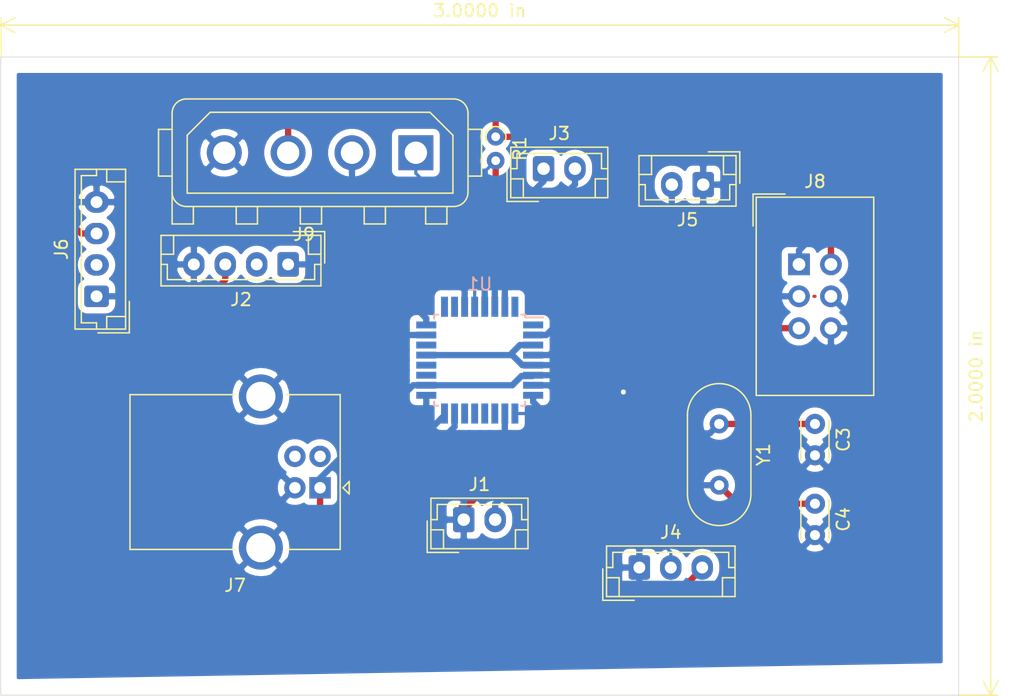
<source format=kicad_pcb>
(kicad_pcb (version 20171130) (host pcbnew "(5.1.5)-3")

  (general
    (thickness 1.6)
    (drawings 7)
    (tracks 142)
    (zones 0)
    (modules 14)
    (nets 33)
  )

  (page A4)
  (layers
    (0 F.Cu signal)
    (31 B.Cu signal)
    (32 B.Adhes user)
    (33 F.Adhes user)
    (34 B.Paste user)
    (35 F.Paste user)
    (36 B.SilkS user)
    (37 F.SilkS user)
    (38 B.Mask user)
    (39 F.Mask user)
    (40 Dwgs.User user)
    (41 Cmts.User user)
    (42 Eco1.User user)
    (43 Eco2.User user)
    (44 Edge.Cuts user)
    (45 Margin user)
    (46 B.CrtYd user)
    (47 F.CrtYd user)
    (48 B.Fab user)
    (49 F.Fab user)
  )

  (setup
    (last_trace_width 0.5)
    (trace_clearance 0.2)
    (zone_clearance 0.508)
    (zone_45_only no)
    (trace_min 0.2)
    (via_size 0.8)
    (via_drill 0.4)
    (via_min_size 0.4)
    (via_min_drill 0.3)
    (uvia_size 0.3)
    (uvia_drill 0.1)
    (uvias_allowed no)
    (uvia_min_size 0.2)
    (uvia_min_drill 0.1)
    (edge_width 0.05)
    (segment_width 0.2)
    (pcb_text_width 0.3)
    (pcb_text_size 1.5 1.5)
    (mod_edge_width 0.12)
    (mod_text_size 1 1)
    (mod_text_width 0.15)
    (pad_size 1.524 1.524)
    (pad_drill 0.762)
    (pad_to_mask_clearance 0.051)
    (solder_mask_min_width 0.25)
    (aux_axis_origin 0 0)
    (visible_elements 7FFFFFFF)
    (pcbplotparams
      (layerselection 0x010fc_ffffffff)
      (usegerberextensions false)
      (usegerberattributes false)
      (usegerberadvancedattributes false)
      (creategerberjobfile false)
      (excludeedgelayer true)
      (linewidth 0.100000)
      (plotframeref false)
      (viasonmask false)
      (mode 1)
      (useauxorigin false)
      (hpglpennumber 1)
      (hpglpenspeed 20)
      (hpglpendiameter 15.000000)
      (psnegative false)
      (psa4output false)
      (plotreference true)
      (plotvalue true)
      (plotinvisibletext false)
      (padsonsilk false)
      (subtractmaskfromsilk false)
      (outputformat 1)
      (mirror false)
      (drillshape 1)
      (scaleselection 1)
      (outputdirectory ""))
  )

  (net 0 "")
  (net 1 GND)
  (net 2 /OSC1)
  (net 3 /OSC2)
  (net 4 /BUZZER)
  (net 5 VBUS)
  (net 6 "Net-(J2-Pad2)")
  (net 7 /flamme)
  (net 8 /RX)
  (net 9 /TX)
  (net 10 /SERVO-MOTOR)
  (net 11 /VENTILATEUR)
  (net 12 /gaz)
  (net 13 "Net-(J6-Pad2)")
  (net 14 "Net-(J7-Pad2)")
  (net 15 "Net-(J7-Pad3)")
  (net 16 /MISO)
  (net 17 /SCI)
  (net 18 /MOSI)
  (net 19 /RST)
  (net 20 /SDA)
  (net 21 "Net-(U1-Pad1)")
  (net 22 "Net-(U1-Pad11)")
  (net 23 "Net-(U1-Pad12)")
  (net 24 "Net-(U1-Pad13)")
  (net 25 "Net-(U1-Pad14)")
  (net 26 /SCK)
  (net 27 "Net-(U1-Pad19)")
  (net 28 "Net-(U1-Pad20)")
  (net 29 "Net-(U1-Pad22)")
  (net 30 "Net-(U1-Pad25)")
  (net 31 "Net-(U1-Pad26)")
  (net 32 "Net-(U1-Pad32)")

  (net_class Default "This is the default net class."
    (clearance 0.2)
    (trace_width 0.5)
    (via_dia 0.8)
    (via_drill 0.4)
    (uvia_dia 0.3)
    (uvia_drill 0.1)
    (add_net /BUZZER)
    (add_net /MISO)
    (add_net /MOSI)
    (add_net /OSC1)
    (add_net /OSC2)
    (add_net /RST)
    (add_net /RX)
    (add_net /SCI)
    (add_net /SCK)
    (add_net /SDA)
    (add_net /SERVO-MOTOR)
    (add_net /TX)
    (add_net /VENTILATEUR)
    (add_net /flamme)
    (add_net /gaz)
    (add_net "Net-(J2-Pad2)")
    (add_net "Net-(J6-Pad2)")
    (add_net "Net-(J7-Pad2)")
    (add_net "Net-(J7-Pad3)")
    (add_net "Net-(U1-Pad1)")
    (add_net "Net-(U1-Pad11)")
    (add_net "Net-(U1-Pad12)")
    (add_net "Net-(U1-Pad13)")
    (add_net "Net-(U1-Pad14)")
    (add_net "Net-(U1-Pad19)")
    (add_net "Net-(U1-Pad20)")
    (add_net "Net-(U1-Pad22)")
    (add_net "Net-(U1-Pad25)")
    (add_net "Net-(U1-Pad26)")
    (add_net "Net-(U1-Pad32)")
  )

  (net_class power ""
    (clearance 0.2)
    (trace_width 0.5)
    (via_dia 0.8)
    (via_drill 0.4)
    (uvia_dia 0.3)
    (uvia_drill 0.1)
    (add_net GND)
    (add_net VBUS)
  )

  (module Capacitor_THT:C_Disc_D3.0mm_W2.0mm_P2.50mm (layer F.Cu) (tedit 5AE50EF0) (tstamp 5EDAC66D)
    (at 179.07 100.33 270)
    (descr "C, Disc series, Radial, pin pitch=2.50mm, , diameter*width=3*2mm^2, Capacitor")
    (tags "C Disc series Radial pin pitch 2.50mm  diameter 3mm width 2mm Capacitor")
    (path /5EDAC236)
    (fp_text reference C3 (at 1.25 -2.25 90) (layer F.SilkS)
      (effects (font (size 1 1) (thickness 0.15)))
    )
    (fp_text value C (at 1.25 2.25 90) (layer F.Fab)
      (effects (font (size 1 1) (thickness 0.15)))
    )
    (fp_text user %R (at 1.25 0 90) (layer F.Fab)
      (effects (font (size 0.6 0.6) (thickness 0.09)))
    )
    (fp_line (start 3.55 -1.25) (end -1.05 -1.25) (layer F.CrtYd) (width 0.05))
    (fp_line (start 3.55 1.25) (end 3.55 -1.25) (layer F.CrtYd) (width 0.05))
    (fp_line (start -1.05 1.25) (end 3.55 1.25) (layer F.CrtYd) (width 0.05))
    (fp_line (start -1.05 -1.25) (end -1.05 1.25) (layer F.CrtYd) (width 0.05))
    (fp_line (start 2.87 1.055) (end 2.87 1.12) (layer F.SilkS) (width 0.12))
    (fp_line (start 2.87 -1.12) (end 2.87 -1.055) (layer F.SilkS) (width 0.12))
    (fp_line (start -0.37 1.055) (end -0.37 1.12) (layer F.SilkS) (width 0.12))
    (fp_line (start -0.37 -1.12) (end -0.37 -1.055) (layer F.SilkS) (width 0.12))
    (fp_line (start -0.37 1.12) (end 2.87 1.12) (layer F.SilkS) (width 0.12))
    (fp_line (start -0.37 -1.12) (end 2.87 -1.12) (layer F.SilkS) (width 0.12))
    (fp_line (start 2.75 -1) (end -0.25 -1) (layer F.Fab) (width 0.1))
    (fp_line (start 2.75 1) (end 2.75 -1) (layer F.Fab) (width 0.1))
    (fp_line (start -0.25 1) (end 2.75 1) (layer F.Fab) (width 0.1))
    (fp_line (start -0.25 -1) (end -0.25 1) (layer F.Fab) (width 0.1))
    (pad 2 thru_hole circle (at 2.5 0 270) (size 1.6 1.6) (drill 0.8) (layers *.Cu *.Mask)
      (net 1 GND))
    (pad 1 thru_hole circle (at 0 0 270) (size 1.6 1.6) (drill 0.8) (layers *.Cu *.Mask)
      (net 2 /OSC1))
    (model ${KISYS3DMOD}/Capacitor_THT.3dshapes/C_Disc_D3.0mm_W2.0mm_P2.50mm.wrl
      (at (xyz 0 0 0))
      (scale (xyz 1 1 1))
      (rotate (xyz 0 0 0))
    )
  )

  (module Capacitor_THT:C_Disc_D3.0mm_W2.0mm_P2.50mm (layer F.Cu) (tedit 5AE50EF0) (tstamp 5EDAC682)
    (at 179.07 106.68 270)
    (descr "C, Disc series, Radial, pin pitch=2.50mm, , diameter*width=3*2mm^2, Capacitor")
    (tags "C Disc series Radial pin pitch 2.50mm  diameter 3mm width 2mm Capacitor")
    (path /5EDABF77)
    (fp_text reference C4 (at 1.25 -2.25 90) (layer F.SilkS)
      (effects (font (size 1 1) (thickness 0.15)))
    )
    (fp_text value C (at 1.25 2.25 90) (layer F.Fab)
      (effects (font (size 1 1) (thickness 0.15)))
    )
    (fp_line (start -0.25 -1) (end -0.25 1) (layer F.Fab) (width 0.1))
    (fp_line (start -0.25 1) (end 2.75 1) (layer F.Fab) (width 0.1))
    (fp_line (start 2.75 1) (end 2.75 -1) (layer F.Fab) (width 0.1))
    (fp_line (start 2.75 -1) (end -0.25 -1) (layer F.Fab) (width 0.1))
    (fp_line (start -0.37 -1.12) (end 2.87 -1.12) (layer F.SilkS) (width 0.12))
    (fp_line (start -0.37 1.12) (end 2.87 1.12) (layer F.SilkS) (width 0.12))
    (fp_line (start -0.37 -1.12) (end -0.37 -1.055) (layer F.SilkS) (width 0.12))
    (fp_line (start -0.37 1.055) (end -0.37 1.12) (layer F.SilkS) (width 0.12))
    (fp_line (start 2.87 -1.12) (end 2.87 -1.055) (layer F.SilkS) (width 0.12))
    (fp_line (start 2.87 1.055) (end 2.87 1.12) (layer F.SilkS) (width 0.12))
    (fp_line (start -1.05 -1.25) (end -1.05 1.25) (layer F.CrtYd) (width 0.05))
    (fp_line (start -1.05 1.25) (end 3.55 1.25) (layer F.CrtYd) (width 0.05))
    (fp_line (start 3.55 1.25) (end 3.55 -1.25) (layer F.CrtYd) (width 0.05))
    (fp_line (start 3.55 -1.25) (end -1.05 -1.25) (layer F.CrtYd) (width 0.05))
    (fp_text user %R (at 1.25 0 90) (layer F.Fab)
      (effects (font (size 0.6 0.6) (thickness 0.09)))
    )
    (pad 1 thru_hole circle (at 0 0 270) (size 1.6 1.6) (drill 0.8) (layers *.Cu *.Mask)
      (net 3 /OSC2))
    (pad 2 thru_hole circle (at 2.5 0 270) (size 1.6 1.6) (drill 0.8) (layers *.Cu *.Mask)
      (net 1 GND))
    (model ${KISYS3DMOD}/Capacitor_THT.3dshapes/C_Disc_D3.0mm_W2.0mm_P2.50mm.wrl
      (at (xyz 0 0 0))
      (scale (xyz 1 1 1))
      (rotate (xyz 0 0 0))
    )
  )

  (module Connector_JST:JST_EH_B4B-EH-A_1x04_P2.50mm_Vertical (layer F.Cu) (tedit 5C28142C) (tstamp 5EDAC6C4)
    (at 137.16 87.63 180)
    (descr "JST EH series connector, B4B-EH-A (http://www.jst-mfg.com/product/pdf/eng/eEH.pdf), generated with kicad-footprint-generator")
    (tags "connector JST EH vertical")
    (path /5EDEBB52)
    (fp_text reference J2 (at 3.75 -2.8) (layer F.SilkS)
      (effects (font (size 1 1) (thickness 0.15)))
    )
    (fp_text value "CAPTEUR DE FLAMME " (at 3.75 3.4) (layer F.Fab)
      (effects (font (size 1 1) (thickness 0.15)))
    )
    (fp_text user %R (at 3.75 1.5) (layer F.Fab)
      (effects (font (size 1 1) (thickness 0.15)))
    )
    (fp_line (start -2.91 2.61) (end -0.41 2.61) (layer F.Fab) (width 0.1))
    (fp_line (start -2.91 0.11) (end -2.91 2.61) (layer F.Fab) (width 0.1))
    (fp_line (start -2.91 2.61) (end -0.41 2.61) (layer F.SilkS) (width 0.12))
    (fp_line (start -2.91 0.11) (end -2.91 2.61) (layer F.SilkS) (width 0.12))
    (fp_line (start 9.11 0.81) (end 9.11 2.31) (layer F.SilkS) (width 0.12))
    (fp_line (start 10.11 0.81) (end 9.11 0.81) (layer F.SilkS) (width 0.12))
    (fp_line (start -1.61 0.81) (end -1.61 2.31) (layer F.SilkS) (width 0.12))
    (fp_line (start -2.61 0.81) (end -1.61 0.81) (layer F.SilkS) (width 0.12))
    (fp_line (start 9.61 0) (end 10.11 0) (layer F.SilkS) (width 0.12))
    (fp_line (start 9.61 -1.21) (end 9.61 0) (layer F.SilkS) (width 0.12))
    (fp_line (start -2.11 -1.21) (end 9.61 -1.21) (layer F.SilkS) (width 0.12))
    (fp_line (start -2.11 0) (end -2.11 -1.21) (layer F.SilkS) (width 0.12))
    (fp_line (start -2.61 0) (end -2.11 0) (layer F.SilkS) (width 0.12))
    (fp_line (start 10.11 -1.71) (end -2.61 -1.71) (layer F.SilkS) (width 0.12))
    (fp_line (start 10.11 2.31) (end 10.11 -1.71) (layer F.SilkS) (width 0.12))
    (fp_line (start -2.61 2.31) (end 10.11 2.31) (layer F.SilkS) (width 0.12))
    (fp_line (start -2.61 -1.71) (end -2.61 2.31) (layer F.SilkS) (width 0.12))
    (fp_line (start 10.5 -2.1) (end -3 -2.1) (layer F.CrtYd) (width 0.05))
    (fp_line (start 10.5 2.7) (end 10.5 -2.1) (layer F.CrtYd) (width 0.05))
    (fp_line (start -3 2.7) (end 10.5 2.7) (layer F.CrtYd) (width 0.05))
    (fp_line (start -3 -2.1) (end -3 2.7) (layer F.CrtYd) (width 0.05))
    (fp_line (start 10 -1.6) (end -2.5 -1.6) (layer F.Fab) (width 0.1))
    (fp_line (start 10 2.2) (end 10 -1.6) (layer F.Fab) (width 0.1))
    (fp_line (start -2.5 2.2) (end 10 2.2) (layer F.Fab) (width 0.1))
    (fp_line (start -2.5 -1.6) (end -2.5 2.2) (layer F.Fab) (width 0.1))
    (pad 4 thru_hole oval (at 7.5 0 180) (size 1.7 1.95) (drill 0.95) (layers *.Cu *.Mask)
      (net 1 GND))
    (pad 3 thru_hole oval (at 5 0 180) (size 1.7 1.95) (drill 0.95) (layers *.Cu *.Mask)
      (net 5 VBUS))
    (pad 2 thru_hole oval (at 2.5 0 180) (size 1.7 1.95) (drill 0.95) (layers *.Cu *.Mask)
      (net 6 "Net-(J2-Pad2)"))
    (pad 1 thru_hole roundrect (at 0 0 180) (size 1.7 1.95) (drill 0.95) (layers *.Cu *.Mask) (roundrect_rratio 0.147059)
      (net 7 /flamme))
    (model ${KISYS3DMOD}/Connector_JST.3dshapes/JST_EH_B4B-EH-A_1x04_P2.50mm_Vertical.wrl
      (at (xyz 0 0 0))
      (scale (xyz 1 1 1))
      (rotate (xyz 0 0 0))
    )
  )

  (module Connector_JST:JST_EH_B4B-EH-A_1x04_P2.50mm_Vertical (layer F.Cu) (tedit 5C28142C) (tstamp 5EDAC747)
    (at 121.92 90.17 90)
    (descr "JST EH series connector, B4B-EH-A (http://www.jst-mfg.com/product/pdf/eng/eEH.pdf), generated with kicad-footprint-generator")
    (tags "connector JST EH vertical")
    (path /5EDDF205)
    (fp_text reference J6 (at 3.75 -2.8 90) (layer F.SilkS)
      (effects (font (size 1 1) (thickness 0.15)))
    )
    (fp_text value "CAPTEUR DE GAZ" (at 3.75 3.4 90) (layer F.Fab)
      (effects (font (size 1 1) (thickness 0.15)))
    )
    (fp_line (start -2.5 -1.6) (end -2.5 2.2) (layer F.Fab) (width 0.1))
    (fp_line (start -2.5 2.2) (end 10 2.2) (layer F.Fab) (width 0.1))
    (fp_line (start 10 2.2) (end 10 -1.6) (layer F.Fab) (width 0.1))
    (fp_line (start 10 -1.6) (end -2.5 -1.6) (layer F.Fab) (width 0.1))
    (fp_line (start -3 -2.1) (end -3 2.7) (layer F.CrtYd) (width 0.05))
    (fp_line (start -3 2.7) (end 10.5 2.7) (layer F.CrtYd) (width 0.05))
    (fp_line (start 10.5 2.7) (end 10.5 -2.1) (layer F.CrtYd) (width 0.05))
    (fp_line (start 10.5 -2.1) (end -3 -2.1) (layer F.CrtYd) (width 0.05))
    (fp_line (start -2.61 -1.71) (end -2.61 2.31) (layer F.SilkS) (width 0.12))
    (fp_line (start -2.61 2.31) (end 10.11 2.31) (layer F.SilkS) (width 0.12))
    (fp_line (start 10.11 2.31) (end 10.11 -1.71) (layer F.SilkS) (width 0.12))
    (fp_line (start 10.11 -1.71) (end -2.61 -1.71) (layer F.SilkS) (width 0.12))
    (fp_line (start -2.61 0) (end -2.11 0) (layer F.SilkS) (width 0.12))
    (fp_line (start -2.11 0) (end -2.11 -1.21) (layer F.SilkS) (width 0.12))
    (fp_line (start -2.11 -1.21) (end 9.61 -1.21) (layer F.SilkS) (width 0.12))
    (fp_line (start 9.61 -1.21) (end 9.61 0) (layer F.SilkS) (width 0.12))
    (fp_line (start 9.61 0) (end 10.11 0) (layer F.SilkS) (width 0.12))
    (fp_line (start -2.61 0.81) (end -1.61 0.81) (layer F.SilkS) (width 0.12))
    (fp_line (start -1.61 0.81) (end -1.61 2.31) (layer F.SilkS) (width 0.12))
    (fp_line (start 10.11 0.81) (end 9.11 0.81) (layer F.SilkS) (width 0.12))
    (fp_line (start 9.11 0.81) (end 9.11 2.31) (layer F.SilkS) (width 0.12))
    (fp_line (start -2.91 0.11) (end -2.91 2.61) (layer F.SilkS) (width 0.12))
    (fp_line (start -2.91 2.61) (end -0.41 2.61) (layer F.SilkS) (width 0.12))
    (fp_line (start -2.91 0.11) (end -2.91 2.61) (layer F.Fab) (width 0.1))
    (fp_line (start -2.91 2.61) (end -0.41 2.61) (layer F.Fab) (width 0.1))
    (fp_text user %R (at 3.75 1.5 90) (layer F.Fab)
      (effects (font (size 1 1) (thickness 0.15)))
    )
    (pad 1 thru_hole roundrect (at 0 0 90) (size 1.7 1.95) (drill 0.95) (layers *.Cu *.Mask) (roundrect_rratio 0.147059)
      (net 12 /gaz))
    (pad 2 thru_hole oval (at 2.5 0 90) (size 1.7 1.95) (drill 0.95) (layers *.Cu *.Mask)
      (net 13 "Net-(J6-Pad2)"))
    (pad 3 thru_hole oval (at 5 0 90) (size 1.7 1.95) (drill 0.95) (layers *.Cu *.Mask)
      (net 5 VBUS))
    (pad 4 thru_hole oval (at 7.5 0 90) (size 1.7 1.95) (drill 0.95) (layers *.Cu *.Mask)
      (net 1 GND))
    (model ${KISYS3DMOD}/Connector_JST.3dshapes/JST_EH_B4B-EH-A_1x04_P2.50mm_Vertical.wrl
      (at (xyz 0 0 0))
      (scale (xyz 1 1 1))
      (rotate (xyz 0 0 0))
    )
  )

  (module Connector_USB:USB_B_OST_USB-B1HSxx_Horizontal (layer F.Cu) (tedit 5AFE01FF) (tstamp 5EDAC764)
    (at 139.7 105.41 180)
    (descr "USB B receptacle, Horizontal, through-hole, http://www.on-shore.com/wp-content/uploads/2015/09/usb-b1hsxx.pdf")
    (tags "USB-B receptacle horizontal through-hole")
    (path /5EDB068C)
    (fp_text reference J7 (at 6.76 -7.77) (layer F.SilkS)
      (effects (font (size 1 1) (thickness 0.15)))
    )
    (fp_text value USB_B (at 6.76 10.27) (layer F.Fab)
      (effects (font (size 1 1) (thickness 0.15)))
    )
    (fp_line (start -0.49 -4.8) (end 15.01 -4.8) (layer F.Fab) (width 0.1))
    (fp_line (start 15.01 -4.8) (end 15.01 7.3) (layer F.Fab) (width 0.1))
    (fp_line (start 15.01 7.3) (end -1.49 7.3) (layer F.Fab) (width 0.1))
    (fp_line (start -1.49 7.3) (end -1.49 -3.8) (layer F.Fab) (width 0.1))
    (fp_line (start -1.49 -3.8) (end -0.49 -4.8) (layer F.Fab) (width 0.1))
    (fp_line (start 2.66 -4.91) (end -1.6 -4.91) (layer F.SilkS) (width 0.12))
    (fp_line (start -1.6 -4.91) (end -1.6 7.41) (layer F.SilkS) (width 0.12))
    (fp_line (start -1.6 7.41) (end 2.66 7.41) (layer F.SilkS) (width 0.12))
    (fp_line (start 6.76 -4.91) (end 15.12 -4.91) (layer F.SilkS) (width 0.12))
    (fp_line (start 15.12 -4.91) (end 15.12 7.41) (layer F.SilkS) (width 0.12))
    (fp_line (start 15.12 7.41) (end 6.76 7.41) (layer F.SilkS) (width 0.12))
    (fp_line (start -1.82 0) (end -2.32 -0.5) (layer F.SilkS) (width 0.12))
    (fp_line (start -2.32 -0.5) (end -2.32 0.5) (layer F.SilkS) (width 0.12))
    (fp_line (start -2.32 0.5) (end -1.82 0) (layer F.SilkS) (width 0.12))
    (fp_line (start -1.99 -7.02) (end -1.99 9.52) (layer F.CrtYd) (width 0.05))
    (fp_line (start -1.99 9.52) (end 15.51 9.52) (layer F.CrtYd) (width 0.05))
    (fp_line (start 15.51 9.52) (end 15.51 -7.02) (layer F.CrtYd) (width 0.05))
    (fp_line (start 15.51 -7.02) (end -1.99 -7.02) (layer F.CrtYd) (width 0.05))
    (fp_text user %R (at 6.76 1.25) (layer F.Fab)
      (effects (font (size 1 1) (thickness 0.15)))
    )
    (pad 1 thru_hole rect (at 0 0 180) (size 1.7 1.7) (drill 0.92) (layers *.Cu *.Mask)
      (net 5 VBUS))
    (pad 2 thru_hole circle (at 0 2.5 180) (size 1.7 1.7) (drill 0.92) (layers *.Cu *.Mask)
      (net 14 "Net-(J7-Pad2)"))
    (pad 3 thru_hole circle (at 2 2.5 180) (size 1.7 1.7) (drill 0.92) (layers *.Cu *.Mask)
      (net 15 "Net-(J7-Pad3)"))
    (pad 4 thru_hole circle (at 2 0 180) (size 1.7 1.7) (drill 0.92) (layers *.Cu *.Mask)
      (net 1 GND))
    (pad 5 thru_hole circle (at 4.71 -4.77 180) (size 3.5 3.5) (drill 2.33) (layers *.Cu *.Mask)
      (net 1 GND))
    (pad 5 thru_hole circle (at 4.71 7.27 180) (size 3.5 3.5) (drill 2.33) (layers *.Cu *.Mask)
      (net 1 GND))
    (model ${KISYS3DMOD}/Connector_USB.3dshapes/USB_B_OST_USB-B1HSxx_Horizontal.wrl
      (at (xyz 0 0 0))
      (scale (xyz 1 1 1))
      (rotate (xyz 0 0 0))
    )
  )

  (module Connector_IDC:IDC-Header_2x03_P2.54mm_Vertical (layer F.Cu) (tedit 59DE0819) (tstamp 5EDAD15F)
    (at 177.8 87.63)
    (descr "Through hole straight IDC box header, 2x03, 2.54mm pitch, double rows")
    (tags "Through hole IDC box header THT 2x03 2.54mm double row")
    (path /5EDAAD9D)
    (fp_text reference J8 (at 1.27 -6.604) (layer F.SilkS)
      (effects (font (size 1 1) (thickness 0.15)))
    )
    (fp_text value AVR-ISP-6 (at 1.27 11.684) (layer F.Fab)
      (effects (font (size 1 1) (thickness 0.15)))
    )
    (fp_text user %R (at 1.27 2.54) (layer F.Fab)
      (effects (font (size 1 1) (thickness 0.15)))
    )
    (fp_line (start 5.695 -5.1) (end 5.695 10.18) (layer F.Fab) (width 0.1))
    (fp_line (start 5.145 -4.56) (end 5.145 9.62) (layer F.Fab) (width 0.1))
    (fp_line (start -3.155 -5.1) (end -3.155 10.18) (layer F.Fab) (width 0.1))
    (fp_line (start -2.605 -4.56) (end -2.605 0.29) (layer F.Fab) (width 0.1))
    (fp_line (start -2.605 4.79) (end -2.605 9.62) (layer F.Fab) (width 0.1))
    (fp_line (start -2.605 0.29) (end -3.155 0.29) (layer F.Fab) (width 0.1))
    (fp_line (start -2.605 4.79) (end -3.155 4.79) (layer F.Fab) (width 0.1))
    (fp_line (start 5.695 -5.1) (end -3.155 -5.1) (layer F.Fab) (width 0.1))
    (fp_line (start 5.145 -4.56) (end -2.605 -4.56) (layer F.Fab) (width 0.1))
    (fp_line (start 5.695 10.18) (end -3.155 10.18) (layer F.Fab) (width 0.1))
    (fp_line (start 5.145 9.62) (end -2.605 9.62) (layer F.Fab) (width 0.1))
    (fp_line (start 5.695 -5.1) (end 5.145 -4.56) (layer F.Fab) (width 0.1))
    (fp_line (start 5.695 10.18) (end 5.145 9.62) (layer F.Fab) (width 0.1))
    (fp_line (start -3.155 -5.1) (end -2.605 -4.56) (layer F.Fab) (width 0.1))
    (fp_line (start -3.155 10.18) (end -2.605 9.62) (layer F.Fab) (width 0.1))
    (fp_line (start 5.95 -5.35) (end 5.95 10.43) (layer F.CrtYd) (width 0.05))
    (fp_line (start 5.95 10.43) (end -3.41 10.43) (layer F.CrtYd) (width 0.05))
    (fp_line (start -3.41 10.43) (end -3.41 -5.35) (layer F.CrtYd) (width 0.05))
    (fp_line (start -3.41 -5.35) (end 5.95 -5.35) (layer F.CrtYd) (width 0.05))
    (fp_line (start 5.945 -5.35) (end 5.945 10.43) (layer F.SilkS) (width 0.12))
    (fp_line (start 5.945 10.43) (end -3.405 10.43) (layer F.SilkS) (width 0.12))
    (fp_line (start -3.405 10.43) (end -3.405 -5.35) (layer F.SilkS) (width 0.12))
    (fp_line (start -3.405 -5.35) (end 5.945 -5.35) (layer F.SilkS) (width 0.12))
    (fp_line (start -3.655 -5.6) (end -3.655 -3.06) (layer F.SilkS) (width 0.12))
    (fp_line (start -3.655 -5.6) (end -1.115 -5.6) (layer F.SilkS) (width 0.12))
    (pad 1 thru_hole rect (at 0 0) (size 1.7272 1.7272) (drill 1.016) (layers *.Cu *.Mask)
      (net 16 /MISO))
    (pad 2 thru_hole oval (at 2.54 0) (size 1.7272 1.7272) (drill 1.016) (layers *.Cu *.Mask)
      (net 5 VBUS))
    (pad 3 thru_hole oval (at 0 2.54) (size 1.7272 1.7272) (drill 1.016) (layers *.Cu *.Mask)
      (net 26 /SCK))
    (pad 4 thru_hole oval (at 2.54 2.54) (size 1.7272 1.7272) (drill 1.016) (layers *.Cu *.Mask)
      (net 18 /MOSI))
    (pad 5 thru_hole oval (at 0 5.08) (size 1.7272 1.7272) (drill 1.016) (layers *.Cu *.Mask)
      (net 19 /RST))
    (pad 6 thru_hole oval (at 2.54 5.08) (size 1.7272 1.7272) (drill 1.016) (layers *.Cu *.Mask)
      (net 1 GND))
    (model ${KISYS3DMOD}/Connector_IDC.3dshapes/IDC-Header_2x03_P2.54mm_Vertical.wrl
      (at (xyz 0 0 0))
      (scale (xyz 1 1 1))
      (rotate (xyz 0 0 0))
    )
  )

  (module Connector_TE-Connectivity:TE_MATE-N-LOK_350211-1_1x04_P5.08mm_Vertical (layer F.Cu) (tedit 5C696A5E) (tstamp 5EDAC7D9)
    (at 147.32 78.74 180)
    (descr https://www.te.com/commerce/DocumentDelivery/DDEController?Action=showdoc&DocId=Customer+Drawing%7F350211%7FU5%7Fpdf%7FEnglish%7FENG_CD_350211_U5.pdf%7F350211-1)
    (tags "connector TE MATE-N-LOK top entry ATA PATA IDE 5.25 inch floppy drive power")
    (path /5EDBB9D4)
    (fp_text reference J9 (at 8.89 -6.5) (layer F.SilkS)
      (effects (font (size 1 1) (thickness 0.15)))
    )
    (fp_text value Conn_01x04_Male (at 7.62 5.01) (layer F.Fab)
      (effects (font (size 1 1) (thickness 0.15)))
    )
    (fp_line (start -5.33 4.38) (end 20.57 4.38) (layer F.CrtYd) (width 0.05))
    (fp_line (start 20.57 4.38) (end 20.57 -5.77) (layer F.CrtYd) (width 0.05))
    (fp_line (start 20.57 -5.77) (end -5.33 -5.77) (layer F.CrtYd) (width 0.05))
    (fp_line (start -5.33 -5.77) (end -5.33 4.38) (layer F.CrtYd) (width 0.05))
    (fp_line (start -2.95 -3.22) (end 18.19 -3.22) (layer F.SilkS) (width 0.12))
    (fp_line (start 18.19 -3.22) (end 18.19 1.39) (layer F.SilkS) (width 0.12))
    (fp_line (start 18.19 1.39) (end 16.36 3.22) (layer F.SilkS) (width 0.12))
    (fp_line (start 16.36 3.22) (end -1.12 3.22) (layer F.SilkS) (width 0.12))
    (fp_line (start -1.12 3.22) (end -2.95 1.39) (layer F.SilkS) (width 0.12))
    (fp_line (start -2.95 1.39) (end -2.95 -3.22) (layer F.SilkS) (width 0.12))
    (fp_line (start -3.01 4.28) (end 18.25 4.28) (layer F.SilkS) (width 0.12))
    (fp_line (start 19.39 3.14) (end 19.39 -5.67) (layer F.SilkS) (width 0.12))
    (fp_line (start 18.25 -4.28) (end -3.01 -4.28) (layer F.SilkS) (width 0.12))
    (fp_line (start -4.15 -3.14) (end -4.15 3.14) (layer F.SilkS) (width 0.12))
    (fp_line (start 19.39 1.86) (end 20.47 1.86) (layer F.SilkS) (width 0.12))
    (fp_line (start 20.47 1.86) (end 20.47 -1.86) (layer F.SilkS) (width 0.12))
    (fp_line (start 20.47 -1.86) (end 19.39 -1.86) (layer F.SilkS) (width 0.12))
    (fp_line (start -4.15 1.86) (end -5.23 1.86) (layer F.SilkS) (width 0.12))
    (fp_line (start -5.23 1.86) (end -5.23 -1.86) (layer F.SilkS) (width 0.12))
    (fp_line (start -5.23 -1.86) (end -4.15 -1.86) (layer F.SilkS) (width 0.12))
    (fp_line (start 17.7 -4.28) (end 17.7 -5.67) (layer F.SilkS) (width 0.12))
    (fp_line (start 17.7 -5.67) (end 19.39 -5.67) (layer F.SilkS) (width 0.12))
    (fp_line (start -2.47 -5.67) (end -0.78 -5.67) (layer F.SilkS) (width 0.12))
    (fp_line (start -0.78 -5.67) (end -0.78 -4.28) (layer F.SilkS) (width 0.12))
    (fp_line (start -2.47 -4.28) (end -2.47 -5.67) (layer F.SilkS) (width 0.12))
    (fp_line (start 14.29 -5.67) (end 14.29 -4.28) (layer F.SilkS) (width 0.12))
    (fp_line (start 12.6 -4.28) (end 12.6 -5.67) (layer F.SilkS) (width 0.12))
    (fp_line (start 12.6 -5.67) (end 14.29 -5.67) (layer F.SilkS) (width 0.12))
    (fp_line (start 7.5 -5.67) (end 9.19 -5.67) (layer F.SilkS) (width 0.12))
    (fp_line (start 9.19 -5.67) (end 9.19 -4.28) (layer F.SilkS) (width 0.12))
    (fp_line (start 7.5 -4.28) (end 7.5 -5.67) (layer F.SilkS) (width 0.12))
    (fp_line (start 2.42 -4.28) (end 2.42 -5.67) (layer F.SilkS) (width 0.12))
    (fp_line (start 4.11 -5.67) (end 4.11 -4.28) (layer F.SilkS) (width 0.12))
    (fp_line (start 2.42 -5.67) (end 4.11 -5.67) (layer F.SilkS) (width 0.12))
    (fp_arc (start 18.25 -3.14) (end 19.39 -3.14) (angle -90) (layer F.SilkS) (width 0.12))
    (fp_arc (start 18.25 3.14) (end 18.25 4.28) (angle -90) (layer F.SilkS) (width 0.12))
    (fp_arc (start -3.01 -3.14) (end -3.01 -4.28) (angle -90) (layer F.SilkS) (width 0.12))
    (fp_arc (start -3.01 3.14) (end -4.15 3.14) (angle -90) (layer F.SilkS) (width 0.12))
    (fp_line (start -2.95 1.39) (end -2.95 -3.22) (layer F.Fab) (width 0.1))
    (fp_line (start -1.12 3.22) (end -2.95 1.39) (layer F.Fab) (width 0.1))
    (fp_line (start 16.36 3.22) (end -1.12 3.22) (layer F.Fab) (width 0.1))
    (fp_line (start 18.19 1.39) (end 16.36 3.22) (layer F.Fab) (width 0.1))
    (fp_line (start 18.19 -3.22) (end 18.19 1.39) (layer F.Fab) (width 0.1))
    (fp_line (start -2.95 -3.22) (end 18.19 -3.22) (layer F.Fab) (width 0.1))
    (fp_text user %R (at 8 0) (layer F.Fab)
      (effects (font (size 1 1) (thickness 0.15)))
    )
    (fp_line (start 18.1 -4.13) (end -2.86 -4.13) (layer F.Fab) (width 0.1))
    (fp_line (start -2.86 4.13) (end 18.1 4.13) (layer F.Fab) (width 0.1))
    (fp_line (start 19.24 2.99) (end 19.24 -5.52) (layer F.Fab) (width 0.1))
    (fp_line (start -4 -2.99) (end -4 2.99) (layer F.Fab) (width 0.1))
    (fp_arc (start 18.1 -2.99) (end 19.24 -2.99) (angle -90) (layer F.Fab) (width 0.1))
    (fp_arc (start -2.86 -2.99) (end -2.86 -4.13) (angle -90) (layer F.Fab) (width 0.1))
    (fp_arc (start 18.1 2.99) (end 18.1 4.13) (angle -90) (layer F.Fab) (width 0.1))
    (fp_arc (start -2.86 2.99) (end -4 2.99) (angle -90) (layer F.Fab) (width 0.1))
    (fp_line (start 20.32 1.71) (end 20.32 -1.71) (layer F.Fab) (width 0.1))
    (fp_line (start 20.32 -1.71) (end 19.24 -1.71) (layer F.Fab) (width 0.1))
    (fp_line (start 19.24 1.71) (end 20.32 1.71) (layer F.Fab) (width 0.1))
    (fp_line (start -5.08 1.71) (end -5.08 -1.71) (layer F.Fab) (width 0.1))
    (fp_line (start -5.08 -1.71) (end -4 -1.71) (layer F.Fab) (width 0.1))
    (fp_line (start -4 1.71) (end -5.08 1.71) (layer F.Fab) (width 0.1))
    (fp_line (start 17.85 -5.52) (end 19.24 -5.52) (layer F.Fab) (width 0.1))
    (fp_line (start 17.85 -4.13) (end 17.85 -5.52) (layer F.Fab) (width 0.1))
    (fp_line (start 12.75 -5.52) (end 14.14 -5.52) (layer F.Fab) (width 0.1))
    (fp_line (start 7.65 -5.52) (end 9.04 -5.52) (layer F.Fab) (width 0.1))
    (fp_line (start 2.57 -5.52) (end 3.96 -5.52) (layer F.Fab) (width 0.1))
    (fp_line (start -2.32 -5.52) (end -0.93 -5.52) (layer F.Fab) (width 0.1))
    (fp_line (start -2.32 -4.13) (end -2.32 -5.52) (layer F.Fab) (width 0.1))
    (fp_line (start -0.93 -5.52) (end -0.93 -4.13) (layer F.Fab) (width 0.1))
    (fp_line (start 2.57 -4.13) (end 2.57 -5.52) (layer F.Fab) (width 0.1))
    (fp_line (start 3.96 -5.52) (end 3.96 -4.13) (layer F.Fab) (width 0.1))
    (fp_line (start 7.65 -4.13) (end 7.65 -5.52) (layer F.Fab) (width 0.1))
    (fp_line (start 9.04 -5.52) (end 9.04 -4.13) (layer F.Fab) (width 0.1))
    (fp_line (start 12.75 -4.13) (end 12.75 -5.52) (layer F.Fab) (width 0.1))
    (fp_line (start 14.14 -5.52) (end 14.14 -4.13) (layer F.Fab) (width 0.1))
    (pad 1 thru_hole rect (at 0 0 180) (size 2.78 2.78) (drill 1.78) (layers *.Cu *.Mask)
      (net 17 /SCI))
    (pad 2 thru_hole circle (at 5.08 0 180) (size 2.78 2.78) (drill 1.78) (layers *.Cu *.Mask)
      (net 20 /SDA))
    (pad 3 thru_hole circle (at 10.16 0 180) (size 2.78 2.78) (drill 1.78) (layers *.Cu *.Mask)
      (net 5 VBUS))
    (pad 4 thru_hole circle (at 15.24 0 180) (size 2.78 2.78) (drill 1.78) (layers *.Cu *.Mask)
      (net 1 GND))
    (model ${KISYS3DMOD}/Connector_TE-Connectivity.3dshapes/TE_MATE-N-LOK_350211-1_1x04_P5.08mm_Vertical.wrl
      (at (xyz 0 0 0))
      (scale (xyz 1 1 1))
      (rotate (xyz 0 0 0))
    )
  )

  (module Resistor_THT:R_Axial_DIN0204_L3.6mm_D1.6mm_P1.90mm_Vertical (layer F.Cu) (tedit 5AE5139B) (tstamp 5EDAC7E7)
    (at 153.67 77.47 270)
    (descr "Resistor, Axial_DIN0204 series, Axial, Vertical, pin pitch=1.9mm, 0.167W, length*diameter=3.6*1.6mm^2, http://cdn-reichelt.de/documents/datenblatt/B400/1_4W%23YAG.pdf")
    (tags "Resistor Axial_DIN0204 series Axial Vertical pin pitch 1.9mm 0.167W length 3.6mm diameter 1.6mm")
    (path /5EDC16B7)
    (fp_text reference R1 (at 0.95 -1.92 90) (layer F.SilkS)
      (effects (font (size 1 1) (thickness 0.15)))
    )
    (fp_text value R (at 0.95 1.92 90) (layer F.Fab)
      (effects (font (size 1 1) (thickness 0.15)))
    )
    (fp_arc (start 0 0) (end 0.417133 -0.7) (angle -233.92106) (layer F.SilkS) (width 0.12))
    (fp_circle (center 0 0) (end 0.8 0) (layer F.Fab) (width 0.1))
    (fp_line (start 0 0) (end 1.9 0) (layer F.Fab) (width 0.1))
    (fp_line (start -1.05 -1.05) (end -1.05 1.05) (layer F.CrtYd) (width 0.05))
    (fp_line (start -1.05 1.05) (end 2.86 1.05) (layer F.CrtYd) (width 0.05))
    (fp_line (start 2.86 1.05) (end 2.86 -1.05) (layer F.CrtYd) (width 0.05))
    (fp_line (start 2.86 -1.05) (end -1.05 -1.05) (layer F.CrtYd) (width 0.05))
    (fp_text user %R (at 0.95 -1.92 90) (layer F.Fab)
      (effects (font (size 1 1) (thickness 0.15)))
    )
    (pad 1 thru_hole circle (at 0 0 270) (size 1.4 1.4) (drill 0.7) (layers *.Cu *.Mask)
      (net 5 VBUS))
    (pad 2 thru_hole oval (at 1.9 0 270) (size 1.4 1.4) (drill 0.7) (layers *.Cu *.Mask)
      (net 19 /RST))
    (model ${KISYS3DMOD}/Resistor_THT.3dshapes/R_Axial_DIN0204_L3.6mm_D1.6mm_P1.90mm_Vertical.wrl
      (at (xyz 0 0 0))
      (scale (xyz 1 1 1))
      (rotate (xyz 0 0 0))
    )
  )

  (module Package_QFP:TQFP-32_7x7mm_P0.8mm (layer B.Cu) (tedit 5A02F146) (tstamp 5EDAC81E)
    (at 152.4 95.25 180)
    (descr "32-Lead Plastic Thin Quad Flatpack (PT) - 7x7x1.0 mm Body, 2.00 mm [TQFP] (see Microchip Packaging Specification 00000049BS.pdf)")
    (tags "QFP 0.8")
    (path /5EDA8D3A)
    (attr smd)
    (fp_text reference U1 (at 0 6.05) (layer B.SilkS)
      (effects (font (size 1 1) (thickness 0.15)) (justify mirror))
    )
    (fp_text value ATmega328-AU (at 0 -6.05) (layer B.Fab)
      (effects (font (size 1 1) (thickness 0.15)) (justify mirror))
    )
    (fp_text user %R (at 0 0) (layer B.Fab)
      (effects (font (size 1 1) (thickness 0.15)) (justify mirror))
    )
    (fp_line (start -2.5 3.5) (end 3.5 3.5) (layer B.Fab) (width 0.15))
    (fp_line (start 3.5 3.5) (end 3.5 -3.5) (layer B.Fab) (width 0.15))
    (fp_line (start 3.5 -3.5) (end -3.5 -3.5) (layer B.Fab) (width 0.15))
    (fp_line (start -3.5 -3.5) (end -3.5 2.5) (layer B.Fab) (width 0.15))
    (fp_line (start -3.5 2.5) (end -2.5 3.5) (layer B.Fab) (width 0.15))
    (fp_line (start -5.3 5.3) (end -5.3 -5.3) (layer B.CrtYd) (width 0.05))
    (fp_line (start 5.3 5.3) (end 5.3 -5.3) (layer B.CrtYd) (width 0.05))
    (fp_line (start -5.3 5.3) (end 5.3 5.3) (layer B.CrtYd) (width 0.05))
    (fp_line (start -5.3 -5.3) (end 5.3 -5.3) (layer B.CrtYd) (width 0.05))
    (fp_line (start -3.625 3.625) (end -3.625 3.4) (layer B.SilkS) (width 0.15))
    (fp_line (start 3.625 3.625) (end 3.625 3.3) (layer B.SilkS) (width 0.15))
    (fp_line (start 3.625 -3.625) (end 3.625 -3.3) (layer B.SilkS) (width 0.15))
    (fp_line (start -3.625 -3.625) (end -3.625 -3.3) (layer B.SilkS) (width 0.15))
    (fp_line (start -3.625 3.625) (end -3.3 3.625) (layer B.SilkS) (width 0.15))
    (fp_line (start -3.625 -3.625) (end -3.3 -3.625) (layer B.SilkS) (width 0.15))
    (fp_line (start 3.625 -3.625) (end 3.3 -3.625) (layer B.SilkS) (width 0.15))
    (fp_line (start 3.625 3.625) (end 3.3 3.625) (layer B.SilkS) (width 0.15))
    (fp_line (start -3.625 3.4) (end -5.05 3.4) (layer B.SilkS) (width 0.15))
    (pad 1 smd rect (at -4.25 2.8 180) (size 1.6 0.55) (layers B.Cu B.Paste B.Mask)
      (net 21 "Net-(U1-Pad1)"))
    (pad 2 smd rect (at -4.25 2 180) (size 1.6 0.55) (layers B.Cu B.Paste B.Mask)
      (net 11 /VENTILATEUR))
    (pad 3 smd rect (at -4.25 1.2 180) (size 1.6 0.55) (layers B.Cu B.Paste B.Mask)
      (net 1 GND))
    (pad 4 smd rect (at -4.25 0.4 180) (size 1.6 0.55) (layers B.Cu B.Paste B.Mask)
      (net 5 VBUS))
    (pad 5 smd rect (at -4.25 -0.4 180) (size 1.6 0.55) (layers B.Cu B.Paste B.Mask)
      (net 1 GND))
    (pad 6 smd rect (at -4.25 -1.2 180) (size 1.6 0.55) (layers B.Cu B.Paste B.Mask)
      (net 5 VBUS))
    (pad 7 smd rect (at -4.25 -2 180) (size 1.6 0.55) (layers B.Cu B.Paste B.Mask)
      (net 2 /OSC1))
    (pad 8 smd rect (at -4.25 -2.8 180) (size 1.6 0.55) (layers B.Cu B.Paste B.Mask)
      (net 3 /OSC2))
    (pad 9 smd rect (at -2.8 -4.25 90) (size 1.6 0.55) (layers B.Cu B.Paste B.Mask)
      (net 10 /SERVO-MOTOR))
    (pad 10 smd rect (at -2 -4.25 90) (size 1.6 0.55) (layers B.Cu B.Paste B.Mask)
      (net 4 /BUZZER))
    (pad 11 smd rect (at -1.2 -4.25 90) (size 1.6 0.55) (layers B.Cu B.Paste B.Mask)
      (net 22 "Net-(U1-Pad11)"))
    (pad 12 smd rect (at -0.4 -4.25 90) (size 1.6 0.55) (layers B.Cu B.Paste B.Mask)
      (net 23 "Net-(U1-Pad12)"))
    (pad 13 smd rect (at 0.4 -4.25 90) (size 1.6 0.55) (layers B.Cu B.Paste B.Mask)
      (net 24 "Net-(U1-Pad13)"))
    (pad 14 smd rect (at 1.2 -4.25 90) (size 1.6 0.55) (layers B.Cu B.Paste B.Mask)
      (net 25 "Net-(U1-Pad14)"))
    (pad 15 smd rect (at 2 -4.25 90) (size 1.6 0.55) (layers B.Cu B.Paste B.Mask)
      (net 18 /MOSI))
    (pad 16 smd rect (at 2.8 -4.25 90) (size 1.6 0.55) (layers B.Cu B.Paste B.Mask)
      (net 16 /MISO))
    (pad 17 smd rect (at 4.25 -2.8 180) (size 1.6 0.55) (layers B.Cu B.Paste B.Mask)
      (net 26 /SCK))
    (pad 18 smd rect (at 4.25 -2 180) (size 1.6 0.55) (layers B.Cu B.Paste B.Mask)
      (net 5 VBUS))
    (pad 19 smd rect (at 4.25 -1.2 180) (size 1.6 0.55) (layers B.Cu B.Paste B.Mask)
      (net 27 "Net-(U1-Pad19)"))
    (pad 20 smd rect (at 4.25 -0.4 180) (size 1.6 0.55) (layers B.Cu B.Paste B.Mask)
      (net 28 "Net-(U1-Pad20)"))
    (pad 21 smd rect (at 4.25 0.4 180) (size 1.6 0.55) (layers B.Cu B.Paste B.Mask)
      (net 1 GND))
    (pad 22 smd rect (at 4.25 1.2 180) (size 1.6 0.55) (layers B.Cu B.Paste B.Mask)
      (net 29 "Net-(U1-Pad22)"))
    (pad 23 smd rect (at 4.25 2 180) (size 1.6 0.55) (layers B.Cu B.Paste B.Mask)
      (net 12 /gaz))
    (pad 24 smd rect (at 4.25 2.8 180) (size 1.6 0.55) (layers B.Cu B.Paste B.Mask)
      (net 7 /flamme))
    (pad 25 smd rect (at 2.8 4.25 90) (size 1.6 0.55) (layers B.Cu B.Paste B.Mask)
      (net 30 "Net-(U1-Pad25)"))
    (pad 26 smd rect (at 2 4.25 90) (size 1.6 0.55) (layers B.Cu B.Paste B.Mask)
      (net 31 "Net-(U1-Pad26)"))
    (pad 27 smd rect (at 1.2 4.25 90) (size 1.6 0.55) (layers B.Cu B.Paste B.Mask)
      (net 20 /SDA))
    (pad 28 smd rect (at 0.4 4.25 90) (size 1.6 0.55) (layers B.Cu B.Paste B.Mask)
      (net 17 /SCI))
    (pad 29 smd rect (at -0.4 4.25 90) (size 1.6 0.55) (layers B.Cu B.Paste B.Mask)
      (net 19 /RST))
    (pad 30 smd rect (at -1.2 4.25 90) (size 1.6 0.55) (layers B.Cu B.Paste B.Mask)
      (net 9 /TX))
    (pad 31 smd rect (at -2 4.25 90) (size 1.6 0.55) (layers B.Cu B.Paste B.Mask)
      (net 8 /RX))
    (pad 32 smd rect (at -2.8 4.25 90) (size 1.6 0.55) (layers B.Cu B.Paste B.Mask)
      (net 32 "Net-(U1-Pad32)"))
    (model ${KISYS3DMOD}/Package_QFP.3dshapes/TQFP-32_7x7mm_P0.8mm.wrl
      (at (xyz 0 0 0))
      (scale (xyz 1 1 1))
      (rotate (xyz 0 0 0))
    )
  )

  (module Crystal:Crystal_HC49-U_Vertical (layer F.Cu) (tedit 5A1AD3B8) (tstamp 5EDAC835)
    (at 171.45 100.33 270)
    (descr "Crystal THT HC-49/U http://5hertz.com/pdfs/04404_D.pdf")
    (tags "THT crystalHC-49/U")
    (path /5EDABC9F)
    (fp_text reference Y1 (at 2.44 -3.525 90) (layer F.SilkS)
      (effects (font (size 1 1) (thickness 0.15)))
    )
    (fp_text value Crystal (at 2.44 3.525 90) (layer F.Fab)
      (effects (font (size 1 1) (thickness 0.15)))
    )
    (fp_text user %R (at 2.54 0 90) (layer F.Fab)
      (effects (font (size 1 1) (thickness 0.15)))
    )
    (fp_line (start -0.685 -2.325) (end 5.565 -2.325) (layer F.Fab) (width 0.1))
    (fp_line (start -0.685 2.325) (end 5.565 2.325) (layer F.Fab) (width 0.1))
    (fp_line (start -0.56 -2) (end 5.44 -2) (layer F.Fab) (width 0.1))
    (fp_line (start -0.56 2) (end 5.44 2) (layer F.Fab) (width 0.1))
    (fp_line (start -0.685 -2.525) (end 5.565 -2.525) (layer F.SilkS) (width 0.12))
    (fp_line (start -0.685 2.525) (end 5.565 2.525) (layer F.SilkS) (width 0.12))
    (fp_line (start -3.5 -2.8) (end -3.5 2.8) (layer F.CrtYd) (width 0.05))
    (fp_line (start -3.5 2.8) (end 8.4 2.8) (layer F.CrtYd) (width 0.05))
    (fp_line (start 8.4 2.8) (end 8.4 -2.8) (layer F.CrtYd) (width 0.05))
    (fp_line (start 8.4 -2.8) (end -3.5 -2.8) (layer F.CrtYd) (width 0.05))
    (fp_arc (start -0.685 0) (end -0.685 -2.325) (angle -180) (layer F.Fab) (width 0.1))
    (fp_arc (start 5.565 0) (end 5.565 -2.325) (angle 180) (layer F.Fab) (width 0.1))
    (fp_arc (start -0.56 0) (end -0.56 -2) (angle -180) (layer F.Fab) (width 0.1))
    (fp_arc (start 5.44 0) (end 5.44 -2) (angle 180) (layer F.Fab) (width 0.1))
    (fp_arc (start -0.685 0) (end -0.685 -2.525) (angle -180) (layer F.SilkS) (width 0.12))
    (fp_arc (start 5.565 0) (end 5.565 -2.525) (angle 180) (layer F.SilkS) (width 0.12))
    (pad 1 thru_hole circle (at 0 0 270) (size 1.5 1.5) (drill 0.8) (layers *.Cu *.Mask)
      (net 2 /OSC1))
    (pad 2 thru_hole circle (at 4.88 0 270) (size 1.5 1.5) (drill 0.8) (layers *.Cu *.Mask)
      (net 3 /OSC2))
    (model ${KISYS3DMOD}/Crystal.3dshapes/Crystal_HC49-U_Vertical.wrl
      (at (xyz 0 0 0))
      (scale (xyz 1 1 1))
      (rotate (xyz 0 0 0))
    )
  )

  (module Connector_JST:JST_EH_B2B-EH-A_1x02_P2.50mm_Vertical (layer F.Cu) (tedit 5C28142C) (tstamp 5EDD2E75)
    (at 151.13 107.95)
    (descr "JST EH series connector, B2B-EH-A (http://www.jst-mfg.com/product/pdf/eng/eEH.pdf), generated with kicad-footprint-generator")
    (tags "connector JST EH vertical")
    (path /5EDD7C10)
    (fp_text reference J1 (at 1.25 -2.8) (layer F.SilkS)
      (effects (font (size 1 1) (thickness 0.15)))
    )
    (fp_text value "BUZZER " (at 1.25 3.4) (layer F.Fab)
      (effects (font (size 1 1) (thickness 0.15)))
    )
    (fp_line (start -2.5 -1.6) (end -2.5 2.2) (layer F.Fab) (width 0.1))
    (fp_line (start -2.5 2.2) (end 5 2.2) (layer F.Fab) (width 0.1))
    (fp_line (start 5 2.2) (end 5 -1.6) (layer F.Fab) (width 0.1))
    (fp_line (start 5 -1.6) (end -2.5 -1.6) (layer F.Fab) (width 0.1))
    (fp_line (start -3 -2.1) (end -3 2.7) (layer F.CrtYd) (width 0.05))
    (fp_line (start -3 2.7) (end 5.5 2.7) (layer F.CrtYd) (width 0.05))
    (fp_line (start 5.5 2.7) (end 5.5 -2.1) (layer F.CrtYd) (width 0.05))
    (fp_line (start 5.5 -2.1) (end -3 -2.1) (layer F.CrtYd) (width 0.05))
    (fp_line (start -2.61 -1.71) (end -2.61 2.31) (layer F.SilkS) (width 0.12))
    (fp_line (start -2.61 2.31) (end 5.11 2.31) (layer F.SilkS) (width 0.12))
    (fp_line (start 5.11 2.31) (end 5.11 -1.71) (layer F.SilkS) (width 0.12))
    (fp_line (start 5.11 -1.71) (end -2.61 -1.71) (layer F.SilkS) (width 0.12))
    (fp_line (start -2.61 0) (end -2.11 0) (layer F.SilkS) (width 0.12))
    (fp_line (start -2.11 0) (end -2.11 -1.21) (layer F.SilkS) (width 0.12))
    (fp_line (start -2.11 -1.21) (end 4.61 -1.21) (layer F.SilkS) (width 0.12))
    (fp_line (start 4.61 -1.21) (end 4.61 0) (layer F.SilkS) (width 0.12))
    (fp_line (start 4.61 0) (end 5.11 0) (layer F.SilkS) (width 0.12))
    (fp_line (start -2.61 0.81) (end -1.61 0.81) (layer F.SilkS) (width 0.12))
    (fp_line (start -1.61 0.81) (end -1.61 2.31) (layer F.SilkS) (width 0.12))
    (fp_line (start 5.11 0.81) (end 4.11 0.81) (layer F.SilkS) (width 0.12))
    (fp_line (start 4.11 0.81) (end 4.11 2.31) (layer F.SilkS) (width 0.12))
    (fp_line (start -2.91 0.11) (end -2.91 2.61) (layer F.SilkS) (width 0.12))
    (fp_line (start -2.91 2.61) (end -0.41 2.61) (layer F.SilkS) (width 0.12))
    (fp_line (start -2.91 0.11) (end -2.91 2.61) (layer F.Fab) (width 0.1))
    (fp_line (start -2.91 2.61) (end -0.41 2.61) (layer F.Fab) (width 0.1))
    (fp_text user %R (at 1.25 1.5) (layer F.Fab)
      (effects (font (size 1 1) (thickness 0.15)))
    )
    (pad 1 thru_hole roundrect (at 0 0) (size 1.7 2) (drill 1) (layers *.Cu *.Mask) (roundrect_rratio 0.147059)
      (net 1 GND))
    (pad 2 thru_hole oval (at 2.5 0) (size 1.7 2) (drill 1) (layers *.Cu *.Mask)
      (net 4 /BUZZER))
    (model ${KISYS3DMOD}/Connector_JST.3dshapes/JST_EH_B2B-EH-A_1x02_P2.50mm_Vertical.wrl
      (at (xyz 0 0 0))
      (scale (xyz 1 1 1))
      (rotate (xyz 0 0 0))
    )
  )

  (module Connector_JST:JST_EH_B2B-EH-A_1x02_P2.50mm_Vertical (layer F.Cu) (tedit 5C28142C) (tstamp 5EDD2E95)
    (at 157.48 80.01)
    (descr "JST EH series connector, B2B-EH-A (http://www.jst-mfg.com/product/pdf/eng/eEH.pdf), generated with kicad-footprint-generator")
    (tags "connector JST EH vertical")
    (path /5EDE0978)
    (fp_text reference J3 (at 1.25 -2.8) (layer F.SilkS)
      (effects (font (size 1 1) (thickness 0.15)))
    )
    (fp_text value "GSM " (at 1.25 3.4) (layer F.Fab)
      (effects (font (size 1 1) (thickness 0.15)))
    )
    (fp_line (start -2.5 -1.6) (end -2.5 2.2) (layer F.Fab) (width 0.1))
    (fp_line (start -2.5 2.2) (end 5 2.2) (layer F.Fab) (width 0.1))
    (fp_line (start 5 2.2) (end 5 -1.6) (layer F.Fab) (width 0.1))
    (fp_line (start 5 -1.6) (end -2.5 -1.6) (layer F.Fab) (width 0.1))
    (fp_line (start -3 -2.1) (end -3 2.7) (layer F.CrtYd) (width 0.05))
    (fp_line (start -3 2.7) (end 5.5 2.7) (layer F.CrtYd) (width 0.05))
    (fp_line (start 5.5 2.7) (end 5.5 -2.1) (layer F.CrtYd) (width 0.05))
    (fp_line (start 5.5 -2.1) (end -3 -2.1) (layer F.CrtYd) (width 0.05))
    (fp_line (start -2.61 -1.71) (end -2.61 2.31) (layer F.SilkS) (width 0.12))
    (fp_line (start -2.61 2.31) (end 5.11 2.31) (layer F.SilkS) (width 0.12))
    (fp_line (start 5.11 2.31) (end 5.11 -1.71) (layer F.SilkS) (width 0.12))
    (fp_line (start 5.11 -1.71) (end -2.61 -1.71) (layer F.SilkS) (width 0.12))
    (fp_line (start -2.61 0) (end -2.11 0) (layer F.SilkS) (width 0.12))
    (fp_line (start -2.11 0) (end -2.11 -1.21) (layer F.SilkS) (width 0.12))
    (fp_line (start -2.11 -1.21) (end 4.61 -1.21) (layer F.SilkS) (width 0.12))
    (fp_line (start 4.61 -1.21) (end 4.61 0) (layer F.SilkS) (width 0.12))
    (fp_line (start 4.61 0) (end 5.11 0) (layer F.SilkS) (width 0.12))
    (fp_line (start -2.61 0.81) (end -1.61 0.81) (layer F.SilkS) (width 0.12))
    (fp_line (start -1.61 0.81) (end -1.61 2.31) (layer F.SilkS) (width 0.12))
    (fp_line (start 5.11 0.81) (end 4.11 0.81) (layer F.SilkS) (width 0.12))
    (fp_line (start 4.11 0.81) (end 4.11 2.31) (layer F.SilkS) (width 0.12))
    (fp_line (start -2.91 0.11) (end -2.91 2.61) (layer F.SilkS) (width 0.12))
    (fp_line (start -2.91 2.61) (end -0.41 2.61) (layer F.SilkS) (width 0.12))
    (fp_line (start -2.91 0.11) (end -2.91 2.61) (layer F.Fab) (width 0.1))
    (fp_line (start -2.91 2.61) (end -0.41 2.61) (layer F.Fab) (width 0.1))
    (fp_text user %R (at 1.25 1.5) (layer F.Fab)
      (effects (font (size 1 1) (thickness 0.15)))
    )
    (pad 1 thru_hole roundrect (at 0 0) (size 1.7 2) (drill 1) (layers *.Cu *.Mask) (roundrect_rratio 0.147059)
      (net 9 /TX))
    (pad 2 thru_hole oval (at 2.5 0) (size 1.7 2) (drill 1) (layers *.Cu *.Mask)
      (net 8 /RX))
    (model ${KISYS3DMOD}/Connector_JST.3dshapes/JST_EH_B2B-EH-A_1x02_P2.50mm_Vertical.wrl
      (at (xyz 0 0 0))
      (scale (xyz 1 1 1))
      (rotate (xyz 0 0 0))
    )
  )

  (module Connector_JST:JST_EH_B3B-EH-A_1x03_P2.50mm_Vertical (layer F.Cu) (tedit 5C28142C) (tstamp 5EDD2EB6)
    (at 165.1 111.76)
    (descr "JST EH series connector, B3B-EH-A (http://www.jst-mfg.com/product/pdf/eng/eEH.pdf), generated with kicad-footprint-generator")
    (tags "connector JST EH vertical")
    (path /5EDDA84F)
    (fp_text reference J4 (at 2.5 -2.8) (layer F.SilkS)
      (effects (font (size 1 1) (thickness 0.15)))
    )
    (fp_text value VANNE (at 2.5 3.4) (layer F.Fab)
      (effects (font (size 1 1) (thickness 0.15)))
    )
    (fp_line (start -2.5 -1.6) (end -2.5 2.2) (layer F.Fab) (width 0.1))
    (fp_line (start -2.5 2.2) (end 7.5 2.2) (layer F.Fab) (width 0.1))
    (fp_line (start 7.5 2.2) (end 7.5 -1.6) (layer F.Fab) (width 0.1))
    (fp_line (start 7.5 -1.6) (end -2.5 -1.6) (layer F.Fab) (width 0.1))
    (fp_line (start -3 -2.1) (end -3 2.7) (layer F.CrtYd) (width 0.05))
    (fp_line (start -3 2.7) (end 8 2.7) (layer F.CrtYd) (width 0.05))
    (fp_line (start 8 2.7) (end 8 -2.1) (layer F.CrtYd) (width 0.05))
    (fp_line (start 8 -2.1) (end -3 -2.1) (layer F.CrtYd) (width 0.05))
    (fp_line (start -2.61 -1.71) (end -2.61 2.31) (layer F.SilkS) (width 0.12))
    (fp_line (start -2.61 2.31) (end 7.61 2.31) (layer F.SilkS) (width 0.12))
    (fp_line (start 7.61 2.31) (end 7.61 -1.71) (layer F.SilkS) (width 0.12))
    (fp_line (start 7.61 -1.71) (end -2.61 -1.71) (layer F.SilkS) (width 0.12))
    (fp_line (start -2.61 0) (end -2.11 0) (layer F.SilkS) (width 0.12))
    (fp_line (start -2.11 0) (end -2.11 -1.21) (layer F.SilkS) (width 0.12))
    (fp_line (start -2.11 -1.21) (end 7.11 -1.21) (layer F.SilkS) (width 0.12))
    (fp_line (start 7.11 -1.21) (end 7.11 0) (layer F.SilkS) (width 0.12))
    (fp_line (start 7.11 0) (end 7.61 0) (layer F.SilkS) (width 0.12))
    (fp_line (start -2.61 0.81) (end -1.61 0.81) (layer F.SilkS) (width 0.12))
    (fp_line (start -1.61 0.81) (end -1.61 2.31) (layer F.SilkS) (width 0.12))
    (fp_line (start 7.61 0.81) (end 6.61 0.81) (layer F.SilkS) (width 0.12))
    (fp_line (start 6.61 0.81) (end 6.61 2.31) (layer F.SilkS) (width 0.12))
    (fp_line (start -2.91 0.11) (end -2.91 2.61) (layer F.SilkS) (width 0.12))
    (fp_line (start -2.91 2.61) (end -0.41 2.61) (layer F.SilkS) (width 0.12))
    (fp_line (start -2.91 0.11) (end -2.91 2.61) (layer F.Fab) (width 0.1))
    (fp_line (start -2.91 2.61) (end -0.41 2.61) (layer F.Fab) (width 0.1))
    (fp_text user %R (at 2.5 1.5) (layer F.Fab)
      (effects (font (size 1 1) (thickness 0.15)))
    )
    (pad 1 thru_hole roundrect (at 0 0) (size 1.7 1.95) (drill 0.95) (layers *.Cu *.Mask) (roundrect_rratio 0.147059)
      (net 1 GND))
    (pad 2 thru_hole oval (at 2.5 0) (size 1.7 1.95) (drill 0.95) (layers *.Cu *.Mask)
      (net 10 /SERVO-MOTOR))
    (pad 3 thru_hole oval (at 5 0) (size 1.7 1.95) (drill 0.95) (layers *.Cu *.Mask)
      (net 5 VBUS))
    (model ${KISYS3DMOD}/Connector_JST.3dshapes/JST_EH_B3B-EH-A_1x03_P2.50mm_Vertical.wrl
      (at (xyz 0 0 0))
      (scale (xyz 1 1 1))
      (rotate (xyz 0 0 0))
    )
  )

  (module Connector_JST:JST_EH_B2B-EH-A_1x02_P2.50mm_Vertical (layer F.Cu) (tedit 5C28142C) (tstamp 5EDD2ED6)
    (at 170.18 81.28 180)
    (descr "JST EH series connector, B2B-EH-A (http://www.jst-mfg.com/product/pdf/eng/eEH.pdf), generated with kicad-footprint-generator")
    (tags "connector JST EH vertical")
    (path /5EDD94E1)
    (fp_text reference J5 (at 1.25 -2.8) (layer F.SilkS)
      (effects (font (size 1 1) (thickness 0.15)))
    )
    (fp_text value VENTILATEUR (at 1.25 3.4) (layer F.Fab)
      (effects (font (size 1 1) (thickness 0.15)))
    )
    (fp_text user %R (at 1.27 1.5) (layer F.Fab)
      (effects (font (size 1 1) (thickness 0.15)))
    )
    (fp_line (start -2.91 2.61) (end -0.41 2.61) (layer F.Fab) (width 0.1))
    (fp_line (start -2.91 0.11) (end -2.91 2.61) (layer F.Fab) (width 0.1))
    (fp_line (start -2.91 2.61) (end -0.41 2.61) (layer F.SilkS) (width 0.12))
    (fp_line (start -2.91 0.11) (end -2.91 2.61) (layer F.SilkS) (width 0.12))
    (fp_line (start 4.11 0.81) (end 4.11 2.31) (layer F.SilkS) (width 0.12))
    (fp_line (start 5.11 0.81) (end 4.11 0.81) (layer F.SilkS) (width 0.12))
    (fp_line (start -1.61 0.81) (end -1.61 2.31) (layer F.SilkS) (width 0.12))
    (fp_line (start -2.61 0.81) (end -1.61 0.81) (layer F.SilkS) (width 0.12))
    (fp_line (start 4.61 0) (end 5.11 0) (layer F.SilkS) (width 0.12))
    (fp_line (start 4.61 -1.21) (end 4.61 0) (layer F.SilkS) (width 0.12))
    (fp_line (start -2.11 -1.21) (end 4.61 -1.21) (layer F.SilkS) (width 0.12))
    (fp_line (start -2.11 0) (end -2.11 -1.21) (layer F.SilkS) (width 0.12))
    (fp_line (start -2.61 0) (end -2.11 0) (layer F.SilkS) (width 0.12))
    (fp_line (start 5.11 -1.71) (end -2.61 -1.71) (layer F.SilkS) (width 0.12))
    (fp_line (start 5.11 2.31) (end 5.11 -1.71) (layer F.SilkS) (width 0.12))
    (fp_line (start -2.61 2.31) (end 5.11 2.31) (layer F.SilkS) (width 0.12))
    (fp_line (start -2.61 -1.71) (end -2.61 2.31) (layer F.SilkS) (width 0.12))
    (fp_line (start 5.5 -2.1) (end -3 -2.1) (layer F.CrtYd) (width 0.05))
    (fp_line (start 5.5 2.7) (end 5.5 -2.1) (layer F.CrtYd) (width 0.05))
    (fp_line (start -3 2.7) (end 5.5 2.7) (layer F.CrtYd) (width 0.05))
    (fp_line (start -3 -2.1) (end -3 2.7) (layer F.CrtYd) (width 0.05))
    (fp_line (start 5 -1.6) (end -2.5 -1.6) (layer F.Fab) (width 0.1))
    (fp_line (start 5 2.2) (end 5 -1.6) (layer F.Fab) (width 0.1))
    (fp_line (start -2.5 2.2) (end 5 2.2) (layer F.Fab) (width 0.1))
    (fp_line (start -2.5 -1.6) (end -2.5 2.2) (layer F.Fab) (width 0.1))
    (pad 2 thru_hole oval (at 2.5 0 180) (size 1.7 2) (drill 1) (layers *.Cu *.Mask)
      (net 11 /VENTILATEUR))
    (pad 1 thru_hole roundrect (at 0 0 180) (size 1.7 2) (drill 1) (layers *.Cu *.Mask) (roundrect_rratio 0.147059)
      (net 1 GND))
    (model ${KISYS3DMOD}/Connector_JST.3dshapes/JST_EH_B2B-EH-A_1x02_P2.50mm_Vertical.wrl
      (at (xyz 0 0 0))
      (scale (xyz 1 1 1))
      (rotate (xyz 0 0 0))
    )
  )

  (dimension 50.8 (width 0.12) (layer F.SilkS)
    (gr_text "50.800 mm" (at 194.31 96.52 90) (layer F.SilkS)
      (effects (font (size 1 1) (thickness 0.15)))
    )
    (feature1 (pts (xy 190.5 71.12) (xy 193.626421 71.12)))
    (feature2 (pts (xy 190.5 121.92) (xy 193.626421 121.92)))
    (crossbar (pts (xy 193.04 121.92) (xy 193.04 71.12)))
    (arrow1a (pts (xy 193.04 71.12) (xy 193.626421 72.246504)))
    (arrow1b (pts (xy 193.04 71.12) (xy 192.453579 72.246504)))
    (arrow2a (pts (xy 193.04 121.92) (xy 193.626421 120.793496)))
    (arrow2b (pts (xy 193.04 121.92) (xy 192.453579 120.793496)))
  )
  (dimension 76.2 (width 0.12) (layer F.SilkS)
    (gr_text "76.200 mm" (at 152.4 67.31) (layer F.SilkS)
      (effects (font (size 1 1) (thickness 0.15)))
    )
    (feature1 (pts (xy 114.3 71.12) (xy 114.3 67.993579)))
    (feature2 (pts (xy 190.5 71.12) (xy 190.5 67.993579)))
    (crossbar (pts (xy 190.5 68.58) (xy 114.3 68.58)))
    (arrow1a (pts (xy 114.3 68.58) (xy 115.426504 67.993579)))
    (arrow1b (pts (xy 114.3 68.58) (xy 115.426504 69.166421)))
    (arrow2a (pts (xy 190.5 68.58) (xy 189.373496 67.993579)))
    (arrow2b (pts (xy 190.5 68.58) (xy 189.373496 69.166421)))
  )
  (gr_line (start 114.3 71.12) (end 190.5 71.12) (layer Edge.Cuts) (width 0.05) (tstamp 5EDFA809))
  (gr_line (start 114.3 121.92) (end 114.3 71.12) (layer Edge.Cuts) (width 0.05))
  (gr_line (start 190.5 121.92) (end 114.3 121.92) (layer Edge.Cuts) (width 0.05))
  (gr_line (start 190.5 120.65) (end 190.5 121.92) (layer Edge.Cuts) (width 0.05))
  (gr_line (start 190.5 71.12) (end 190.5 120.65) (layer Edge.Cuts) (width 0.05))

  (segment (start 179.07 90.17) (end 178.988601 90.17) (width 0.25) (layer F.Cu) (net 0))
  (segment (start 155.789998 95.65) (end 156.65 95.65) (width 0.5) (layer B.Cu) (net 1))
  (segment (start 154.989998 94.85) (end 155.789998 95.65) (width 0.5) (layer B.Cu) (net 1))
  (segment (start 148.15 94.85) (end 154.989998 94.85) (width 0.5) (layer B.Cu) (net 1))
  (segment (start 154.989998 94.660002) (end 154.989998 94.85) (width 0.5) (layer B.Cu) (net 1))
  (segment (start 156.65 94.05) (end 155.6 94.05) (width 0.5) (layer B.Cu) (net 1))
  (segment (start 155.6 94.05) (end 154.989998 94.660002) (width 0.5) (layer B.Cu) (net 1))
  (segment (start 151.13 106.95) (end 155.21 102.87) (width 0.8) (layer F.Cu) (net 1))
  (segment (start 151.13 107.95) (end 151.13 106.95) (width 0.8) (layer F.Cu) (net 1))
  (segment (start 155.21 102.87) (end 158.75 102.87) (width 0.8) (layer F.Cu) (net 1))
  (via (at 163.83 97.79) (size 0.8) (drill 0.4) (layers F.Cu B.Cu) (net 1))
  (segment (start 158.75 102.87) (end 163.83 97.79) (width 0.8) (layer F.Cu) (net 1))
  (segment (start 163.83 97.79) (end 163.83 96.52) (width 0.8) (layer B.Cu) (net 1))
  (segment (start 163.83 96.52) (end 162.56 95.25) (width 0.8) (layer B.Cu) (net 1))
  (segment (start 162.56 95.25) (end 158.75 95.25) (width 0.8) (layer B.Cu) (net 1))
  (segment (start 158.35 95.65) (end 156.65 95.65) (width 0.5) (layer B.Cu) (net 1))
  (segment (start 158.75 95.25) (end 158.35 95.65) (width 0.5) (layer B.Cu) (net 1))
  (segment (start 179.07 100.33) (end 171.45 100.33) (width 0.5) (layer F.Cu) (net 2))
  (segment (start 171.45 100.33) (end 170.700001 101.079999) (width 0.5) (layer B.Cu) (net 2))
  (segment (start 170.700001 101.079999) (end 161.779999 101.079999) (width 0.5) (layer B.Cu) (net 2))
  (segment (start 157.95 97.25) (end 156.65 97.25) (width 0.5) (layer B.Cu) (net 2))
  (segment (start 161.779999 101.079999) (end 157.95 97.25) (width 0.5) (layer B.Cu) (net 2))
  (segment (start 172.92 106.68) (end 171.45 105.21) (width 0.5) (layer F.Cu) (net 3))
  (segment (start 179.07 106.68) (end 172.92 106.68) (width 0.5) (layer F.Cu) (net 3))
  (segment (start 156.65 98.575) (end 156.65 98.05) (width 0.5) (layer B.Cu) (net 3))
  (segment (start 171.45 105.21) (end 163.285 105.21) (width 0.5) (layer B.Cu) (net 3))
  (segment (start 163.285 105.21) (end 156.65 98.575) (width 0.5) (layer B.Cu) (net 3))
  (segment (start 154.4 100.55) (end 154.4 99.5) (width 0.5) (layer B.Cu) (net 4))
  (segment (start 153.63 107.95) (end 153.63 106.7) (width 0.5) (layer B.Cu) (net 4))
  (segment (start 153.63 106.7) (end 154.4 105.93) (width 0.5) (layer B.Cu) (net 4))
  (segment (start 154.4 105.93) (end 154.4 100.55) (width 0.5) (layer B.Cu) (net 4))
  (segment (start 137.16 78.74) (end 137.16 73.66) (width 0.5) (layer F.Cu) (net 5))
  (segment (start 137.16 73.66) (end 121.92 73.66) (width 0.5) (layer F.Cu) (net 5))
  (segment (start 118.11 77.47) (end 118.11 82.585) (width 0.5) (layer F.Cu) (net 5))
  (segment (start 121.92 73.66) (end 118.11 77.47) (width 0.5) (layer F.Cu) (net 5))
  (segment (start 120.695 85.17) (end 121.92 85.17) (width 0.5) (layer F.Cu) (net 5))
  (segment (start 118.11 82.585) (end 120.695 85.17) (width 0.5) (layer F.Cu) (net 5))
  (segment (start 132.16 88.855) (end 127 94.015) (width 0.5) (layer F.Cu) (net 5))
  (segment (start 132.16 87.63) (end 132.16 88.855) (width 0.5) (layer F.Cu) (net 5))
  (segment (start 127 94.015) (end 118.145 94.015) (width 0.5) (layer F.Cu) (net 5))
  (segment (start 118.145 94.015) (end 118.11 93.98) (width 0.5) (layer F.Cu) (net 5))
  (segment (start 118.11 93.98) (end 118.11 82.585) (width 0.5) (layer F.Cu) (net 5))
  (segment (start 127 109.22) (end 127 93.98) (width 0.5) (layer F.Cu) (net 5))
  (segment (start 139.7 113.03) (end 135.89 116.84) (width 0.5) (layer F.Cu) (net 5))
  (segment (start 135.89 116.84) (end 132.08 116.84) (width 0.5) (layer F.Cu) (net 5))
  (segment (start 127 93.98) (end 126.965 94.015) (width 0.5) (layer F.Cu) (net 5))
  (segment (start 132.08 116.84) (end 125.73 110.49) (width 0.5) (layer F.Cu) (net 5))
  (segment (start 125.73 110.49) (end 127 109.22) (width 0.5) (layer F.Cu) (net 5))
  (segment (start 139.7 105.41) (end 139.7 113.03) (width 0.5) (layer F.Cu) (net 5))
  (segment (start 153.67 77.47) (end 153.67 76.2) (width 0.5) (layer F.Cu) (net 5))
  (segment (start 153.67 76.2) (end 151.13 73.66) (width 0.5) (layer F.Cu) (net 5))
  (segment (start 151.13 73.66) (end 137.16 73.66) (width 0.5) (layer F.Cu) (net 5))
  (segment (start 180.34 87.63) (end 180.34 82.55) (width 0.5) (layer F.Cu) (net 5))
  (segment (start 180.34 82.55) (end 175.26 77.47) (width 0.5) (layer F.Cu) (net 5))
  (segment (start 175.26 77.47) (end 153.67 77.47) (width 0.5) (layer F.Cu) (net 5))
  (segment (start 170.1 111.76) (end 170.18 111.76) (width 0.5) (layer F.Cu) (net 5))
  (segment (start 170.18 111.76) (end 163.83 118.11) (width 0.5) (layer F.Cu) (net 5))
  (segment (start 163.83 118.11) (end 144.78 118.11) (width 0.5) (layer F.Cu) (net 5))
  (segment (start 144.78 118.11) (end 139.7 113.03) (width 0.5) (layer F.Cu) (net 5))
  (segment (start 139.7 113.03) (end 140.97 114.3) (width 0.5) (layer F.Cu) (net 5))
  (segment (start 147.1 97.25) (end 148.15 97.25) (width 0.5) (layer B.Cu) (net 5))
  (segment (start 139.7 105.41) (end 139.7 104.65) (width 0.5) (layer B.Cu) (net 5))
  (segment (start 139.7 104.65) (end 147.1 97.25) (width 0.5) (layer B.Cu) (net 5))
  (segment (start 154.989998 97.25) (end 155.719998 96.52) (width 0.5) (layer B.Cu) (net 5))
  (segment (start 155.719998 96.52) (end 156.58 96.52) (width 0.5) (layer B.Cu) (net 5))
  (segment (start 156.58 96.52) (end 156.65 96.45) (width 0.5) (layer B.Cu) (net 5))
  (segment (start 148.15 97.25) (end 154.989998 97.25) (width 0.5) (layer B.Cu) (net 5))
  (segment (start 158.397915 94.39999) (end 164.24999 94.39999) (width 0.5) (layer B.Cu) (net 5))
  (segment (start 156.65 94.85) (end 157.947905 94.85) (width 0.5) (layer B.Cu) (net 5))
  (segment (start 157.947905 94.85) (end 158.397915 94.39999) (width 0.5) (layer B.Cu) (net 5))
  (segment (start 164.24999 94.39999) (end 165.1 95.25) (width 0.5) (layer B.Cu) (net 5))
  (segment (start 165.1 95.25) (end 165.1 97.79) (width 0.5) (layer B.Cu) (net 5))
  (segment (start 165.1 97.79) (end 163.83 99.06) (width 0.5) (layer B.Cu) (net 5))
  (segment (start 163.83 99.06) (end 161.29 99.06) (width 0.5) (layer B.Cu) (net 5))
  (segment (start 158.68 96.45) (end 156.65 96.45) (width 0.5) (layer B.Cu) (net 5))
  (segment (start 161.29 99.06) (end 158.68 96.45) (width 0.5) (layer B.Cu) (net 5))
  (segment (start 143.855 87.63) (end 148.15 91.925) (width 0.5) (layer B.Cu) (net 7))
  (segment (start 137.16 87.63) (end 143.855 87.63) (width 0.5) (layer B.Cu) (net 7))
  (segment (start 148.15 91.925) (end 148.15 92.45) (width 0.5) (layer B.Cu) (net 7))
  (segment (start 154.4 86.84) (end 154.4 89.95) (width 0.5) (layer B.Cu) (net 8))
  (segment (start 159.98 80.01) (end 159.98 81.26) (width 0.5) (layer B.Cu) (net 8))
  (segment (start 159.98 81.26) (end 154.4 86.84) (width 0.5) (layer B.Cu) (net 8))
  (segment (start 154.4 89.95) (end 154.4 91) (width 0.5) (layer B.Cu) (net 8))
  (segment (start 153.6 89.95) (end 153.6 91) (width 0.5) (layer B.Cu) (net 9))
  (segment (start 157.48 80.01) (end 157.48 81.01) (width 0.5) (layer B.Cu) (net 9))
  (segment (start 157.48 81.01) (end 153.6 84.89) (width 0.5) (layer B.Cu) (net 9))
  (segment (start 153.6 84.89) (end 153.6 89.95) (width 0.5) (layer B.Cu) (net 9))
  (segment (start 156.565 99.5) (end 155.2 99.5) (width 0.25) (layer B.Cu) (net 10))
  (segment (start 167.6 111.76) (end 167.6 110.535) (width 0.25) (layer B.Cu) (net 10))
  (segment (start 167.6 110.535) (end 156.565 99.5) (width 0.25) (layer B.Cu) (net 10))
  (segment (start 167.68 83.27) (end 157.7 93.25) (width 0.5) (layer B.Cu) (net 11))
  (segment (start 157.7 93.25) (end 156.65 93.25) (width 0.5) (layer B.Cu) (net 11))
  (segment (start 167.68 81.28) (end 167.68 83.27) (width 0.5) (layer B.Cu) (net 11))
  (segment (start 121.92 90.17) (end 142.24 90.17) (width 0.5) (layer B.Cu) (net 12) (status 1000000))
  (segment (start 142.24 90.17) (end 145.32 93.25) (width 0.5) (layer B.Cu) (net 12) (status 1000000))
  (segment (start 145.32 93.25) (end 148.15 93.25) (width 0.5) (layer B.Cu) (net 12) (status 1000000))
  (segment (start 179.2264 85.09) (end 185.42 85.09) (width 0.5) (layer B.Cu) (net 16))
  (segment (start 177.8 87.63) (end 177.8 86.5164) (width 0.5) (layer B.Cu) (net 16))
  (segment (start 149.6 99.63919) (end 149.6 99.5) (width 0.5) (layer B.Cu) (net 16))
  (segment (start 177.8 86.5164) (end 179.2264 85.09) (width 0.5) (layer B.Cu) (net 16))
  (segment (start 186.69 86.36) (end 186.69 113.03) (width 0.5) (layer B.Cu) (net 16))
  (segment (start 142.24 106.99919) (end 149.6 99.63919) (width 0.5) (layer B.Cu) (net 16))
  (segment (start 181.61 118.11) (end 142.24 118.11) (width 0.5) (layer B.Cu) (net 16))
  (segment (start 142.24 118.11) (end 142.24 106.99919) (width 0.5) (layer B.Cu) (net 16))
  (segment (start 185.42 85.09) (end 186.69 86.36) (width 0.5) (layer B.Cu) (net 16))
  (segment (start 186.69 113.03) (end 181.61 118.11) (width 0.5) (layer B.Cu) (net 16))
  (segment (start 152 85.06) (end 152 89.95) (width 0.25) (layer B.Cu) (net 17))
  (segment (start 152 89.95) (end 152 91) (width 0.25) (layer B.Cu) (net 17))
  (segment (start 147.32 78.74) (end 147.32 80.38) (width 0.25) (layer B.Cu) (net 17))
  (segment (start 147.32 80.38) (end 152 85.06) (width 0.25) (layer B.Cu) (net 17))
  (segment (start 180.34 90.17) (end 182.88 92.71) (width 0.5) (layer B.Cu) (net 18))
  (segment (start 147.32 102.87) (end 148.08 102.87) (width 0.5) (layer B.Cu) (net 18))
  (segment (start 148.08 102.87) (end 150.4 100.55) (width 0.5) (layer B.Cu) (net 18))
  (segment (start 150.4 100.55) (end 150.4 99.5) (width 0.5) (layer B.Cu) (net 18))
  (segment (start 147.32 113.03) (end 147.32 102.87) (width 0.5) (layer B.Cu) (net 18))
  (segment (start 147.35001 113.06001) (end 147.32 113.03) (width 0.5) (layer B.Cu) (net 18))
  (segment (start 182.88 110.49) (end 180.30999 113.06001) (width 0.5) (layer B.Cu) (net 18))
  (segment (start 180.30999 113.06001) (end 147.35001 113.06001) (width 0.5) (layer B.Cu) (net 18))
  (segment (start 182.88 92.71) (end 182.88 110.49) (width 0.5) (layer B.Cu) (net 18))
  (segment (start 152.8 80.24) (end 152.8 91) (width 0.5) (layer B.Cu) (net 19))
  (segment (start 153.67 79.37) (end 152.8 80.24) (width 0.25) (layer B.Cu) (net 19))
  (segment (start 177.8 92.71) (end 161.29 92.71) (width 0.5) (layer F.Cu) (net 19))
  (segment (start 161.29 92.71) (end 153.67 85.09) (width 0.5) (layer F.Cu) (net 19))
  (segment (start 153.67 85.09) (end 153.67 79.37) (width 0.5) (layer F.Cu) (net 19))
  (segment (start 151.2 89.95) (end 151.2 91) (width 0.5) (layer B.Cu) (net 20))
  (segment (start 142.24 78.74) (end 142.24 80.705756) (width 0.5) (layer B.Cu) (net 20))
  (segment (start 142.24 80.705756) (end 151.2 89.665756) (width 0.5) (layer B.Cu) (net 20))
  (segment (start 151.2 89.665756) (end 151.2 89.95) (width 0.5) (layer B.Cu) (net 20))
  (segment (start 148.15 98.825) (end 148.15 98.05) (width 0.5) (layer B.Cu) (net 26))
  (segment (start 121.92 95.25) (end 121.92 105.41) (width 0.5) (layer B.Cu) (net 26))
  (segment (start 119.38 92.71) (end 121.92 95.25) (width 0.5) (layer B.Cu) (net 26))
  (segment (start 119.38 89.944966) (end 119.38 92.71) (width 0.5) (layer B.Cu) (net 26))
  (segment (start 120.65 74.93) (end 118.11 77.47) (width 0.5) (layer B.Cu) (net 26))
  (segment (start 175.26 74.93) (end 120.65 74.93) (width 0.5) (layer B.Cu) (net 26))
  (segment (start 175.26 90.17) (end 175.26 74.93) (width 0.5) (layer B.Cu) (net 26))
  (segment (start 134.126002 114.3) (end 148.15 100.276002) (width 0.5) (layer B.Cu) (net 26))
  (segment (start 121.92 105.41) (end 130.81 114.3) (width 0.5) (layer B.Cu) (net 26))
  (segment (start 177.8 90.17) (end 175.26 90.17) (width 0.5) (layer B.Cu) (net 26))
  (segment (start 130.81 114.3) (end 134.126002 114.3) (width 0.5) (layer B.Cu) (net 26))
  (segment (start 118.11 77.47) (end 118.11 88.674966) (width 0.5) (layer B.Cu) (net 26))
  (segment (start 118.11 88.674966) (end 119.38 89.944966) (width 0.5) (layer B.Cu) (net 26))
  (segment (start 148.15 100.276002) (end 148.15 98.825) (width 0.5) (layer B.Cu) (net 26))

  (zone (net 1) (net_name GND) (layer B.Cu) (tstamp 0) (hatch edge 0.508)
    (connect_pads (clearance 0.508))
    (min_thickness 0.254)
    (fill yes (arc_segments 32) (thermal_gap 0.508) (thermal_bridge_width 0.508))
    (polygon
      (pts
        (xy 189.23 119.38) (xy 115.57 120.65) (xy 115.57 72.39) (xy 189.23 72.39)
      )
    )
    (filled_polygon
      (pts
        (xy 189.103 119.255171) (xy 115.697 120.520792) (xy 115.697 112.735) (xy 163.611928 112.735) (xy 163.624188 112.859482)
        (xy 163.660498 112.97918) (xy 163.719463 113.089494) (xy 163.798815 113.186185) (xy 163.895506 113.265537) (xy 164.00582 113.324502)
        (xy 164.125518 113.360812) (xy 164.25 113.373072) (xy 164.81425 113.37) (xy 164.973 113.21125) (xy 164.973 111.887)
        (xy 163.77375 111.887) (xy 163.615 112.04575) (xy 163.611928 112.735) (xy 115.697 112.735) (xy 115.697 111.849609)
        (xy 133.499997 111.849609) (xy 133.686073 112.190766) (xy 134.103409 112.406513) (xy 134.554815 112.536696) (xy 135.022946 112.576313)
        (xy 135.489811 112.523842) (xy 135.937468 112.381297) (xy 136.293927 112.190766) (xy 136.480003 111.849609) (xy 134.99 110.359605)
        (xy 133.499997 111.849609) (xy 115.697 111.849609) (xy 115.697 110.212946) (xy 132.593687 110.212946) (xy 132.646158 110.679811)
        (xy 132.788703 111.127468) (xy 132.979234 111.483927) (xy 133.320391 111.670003) (xy 134.810395 110.18) (xy 135.169605 110.18)
        (xy 136.659609 111.670003) (xy 137.000766 111.483927) (xy 137.216513 111.066591) (xy 137.297722 110.785) (xy 163.611928 110.785)
        (xy 163.615 111.47425) (xy 163.77375 111.633) (xy 164.973 111.633) (xy 164.973 110.30875) (xy 165.227 110.30875)
        (xy 165.227 111.633) (xy 165.247 111.633) (xy 165.247 111.887) (xy 165.227 111.887) (xy 165.227 113.21125)
        (xy 165.38575 113.37) (xy 165.95 113.373072) (xy 166.074482 113.360812) (xy 166.19418 113.324502) (xy 166.304494 113.265537)
        (xy 166.401185 113.186185) (xy 166.480537 113.089494) (xy 166.539502 112.97918) (xy 166.550055 112.944392) (xy 166.770987 113.125706)
        (xy 167.028967 113.263599) (xy 167.30889 113.348513) (xy 167.6 113.377185) (xy 167.891111 113.348513) (xy 168.171034 113.263599)
        (xy 168.429014 113.125706) (xy 168.655134 112.940134) (xy 168.840706 112.714014) (xy 168.85 112.696626) (xy 168.859294 112.714014)
        (xy 169.044866 112.940134) (xy 169.270987 113.125706) (xy 169.528967 113.263599) (xy 169.80889 113.348513) (xy 170.1 113.377185)
        (xy 170.391111 113.348513) (xy 170.671034 113.263599) (xy 170.929014 113.125706) (xy 171.155134 112.940134) (xy 171.340706 112.714014)
        (xy 171.478599 112.456033) (xy 171.563513 112.17611) (xy 171.585 111.957949) (xy 171.585 111.56205) (xy 171.563513 111.343889)
        (xy 171.478599 111.063966) (xy 171.340706 110.805986) (xy 171.155134 110.579866) (xy 170.929013 110.394294) (xy 170.671033 110.256401)
        (xy 170.395116 110.172702) (xy 178.256903 110.172702) (xy 178.328486 110.416671) (xy 178.583996 110.537571) (xy 178.858184 110.6063)
        (xy 179.140512 110.620217) (xy 179.42013 110.578787) (xy 179.686292 110.483603) (xy 179.811514 110.416671) (xy 179.883097 110.172702)
        (xy 179.07 109.359605) (xy 178.256903 110.172702) (xy 170.395116 110.172702) (xy 170.39111 110.171487) (xy 170.1 110.142815)
        (xy 169.808889 110.171487) (xy 169.528966 110.256401) (xy 169.270986 110.394294) (xy 169.044866 110.579866) (xy 168.859294 110.805987)
        (xy 168.85 110.823374) (xy 168.840706 110.805986) (xy 168.655134 110.579866) (xy 168.429013 110.394294) (xy 168.171033 110.256401)
        (xy 167.89111 110.171487) (xy 167.6 110.142815) (xy 167.308889 110.171487) (xy 167.028966 110.256401) (xy 166.770986 110.394294)
        (xy 166.550055 110.575608) (xy 166.539502 110.54082) (xy 166.480537 110.430506) (xy 166.401185 110.333815) (xy 166.304494 110.254463)
        (xy 166.19418 110.195498) (xy 166.074482 110.159188) (xy 165.95 110.146928) (xy 165.38575 110.15) (xy 165.227 110.30875)
        (xy 164.973 110.30875) (xy 164.81425 110.15) (xy 164.25 110.146928) (xy 164.125518 110.159188) (xy 164.00582 110.195498)
        (xy 163.895506 110.254463) (xy 163.798815 110.333815) (xy 163.719463 110.430506) (xy 163.660498 110.54082) (xy 163.624188 110.660518)
        (xy 163.611928 110.785) (xy 137.297722 110.785) (xy 137.346696 110.615185) (xy 137.386313 110.147054) (xy 137.333842 109.680189)
        (xy 137.191297 109.232532) (xy 137.040281 108.95) (xy 149.641928 108.95) (xy 149.654188 109.074482) (xy 149.690498 109.19418)
        (xy 149.749463 109.304494) (xy 149.828815 109.401185) (xy 149.925506 109.480537) (xy 150.03582 109.539502) (xy 150.155518 109.575812)
        (xy 150.28 109.588072) (xy 150.84425 109.585) (xy 151.003 109.42625) (xy 151.003 108.077) (xy 149.80375 108.077)
        (xy 149.645 108.23575) (xy 149.641928 108.95) (xy 137.040281 108.95) (xy 137.000766 108.876073) (xy 136.659609 108.689997)
        (xy 135.169605 110.18) (xy 134.810395 110.18) (xy 133.320391 108.689997) (xy 132.979234 108.876073) (xy 132.763487 109.293409)
        (xy 132.633304 109.744815) (xy 132.593687 110.212946) (xy 115.697 110.212946) (xy 115.697 108.510391) (xy 133.499997 108.510391)
        (xy 134.99 110.000395) (xy 136.480003 108.510391) (xy 136.293927 108.169234) (xy 135.876591 107.953487) (xy 135.425185 107.823304)
        (xy 134.957054 107.783687) (xy 134.490189 107.836158) (xy 134.042532 107.978703) (xy 133.686073 108.169234) (xy 133.499997 108.510391)
        (xy 115.697 108.510391) (xy 115.697 106.95) (xy 149.641928 106.95) (xy 149.645 107.66425) (xy 149.80375 107.823)
        (xy 151.003 107.823) (xy 151.003 106.47375) (xy 151.257 106.47375) (xy 151.257 107.823) (xy 151.277 107.823)
        (xy 151.277 108.077) (xy 151.257 108.077) (xy 151.257 109.42625) (xy 151.41575 109.585) (xy 151.98 109.588072)
        (xy 152.104482 109.575812) (xy 152.22418 109.539502) (xy 152.334494 109.480537) (xy 152.431185 109.401185) (xy 152.510537 109.304494)
        (xy 152.569502 109.19418) (xy 152.580055 109.159392) (xy 152.800987 109.340706) (xy 153.058967 109.478599) (xy 153.33889 109.563513)
        (xy 153.63 109.592185) (xy 153.921111 109.563513) (xy 154.201034 109.478599) (xy 154.459014 109.340706) (xy 154.568915 109.250512)
        (xy 177.629783 109.250512) (xy 177.671213 109.53013) (xy 177.766397 109.796292) (xy 177.833329 109.921514) (xy 178.077298 109.993097)
        (xy 178.890395 109.18) (xy 179.249605 109.18) (xy 180.062702 109.993097) (xy 180.306671 109.921514) (xy 180.427571 109.666004)
        (xy 180.4963 109.391816) (xy 180.510217 109.109488) (xy 180.468787 108.82987) (xy 180.373603 108.563708) (xy 180.306671 108.438486)
        (xy 180.062702 108.366903) (xy 179.249605 109.18) (xy 178.890395 109.18) (xy 178.077298 108.366903) (xy 177.833329 108.438486)
        (xy 177.712429 108.693996) (xy 177.6437 108.968184) (xy 177.629783 109.250512) (xy 154.568915 109.250512) (xy 154.685134 109.155134)
        (xy 154.870706 108.929014) (xy 155.008599 108.671033) (xy 155.093513 108.39111) (xy 155.115 108.172949) (xy 155.115 107.72705)
        (xy 155.093513 107.508889) (xy 155.008599 107.228966) (xy 154.870706 106.970986) (xy 154.685134 106.744866) (xy 154.459013 106.559294)
        (xy 154.201033 106.421401) (xy 153.92111 106.336487) (xy 153.63 106.307815) (xy 153.338889 106.336487) (xy 153.058966 106.421401)
        (xy 152.800986 106.559294) (xy 152.580055 106.740608) (xy 152.569502 106.70582) (xy 152.510537 106.595506) (xy 152.431185 106.498815)
        (xy 152.334494 106.419463) (xy 152.22418 106.360498) (xy 152.104482 106.324188) (xy 151.98 106.311928) (xy 151.41575 106.315)
        (xy 151.257 106.47375) (xy 151.003 106.47375) (xy 150.84425 106.315) (xy 150.28 106.311928) (xy 150.155518 106.324188)
        (xy 150.03582 106.360498) (xy 149.925506 106.419463) (xy 149.828815 106.498815) (xy 149.749463 106.595506) (xy 149.690498 106.70582)
        (xy 149.654188 106.825518) (xy 149.641928 106.95) (xy 115.697 106.95) (xy 115.697 105.478531) (xy 136.209389 105.478531)
        (xy 136.251401 105.768019) (xy 136.349081 106.043747) (xy 136.422528 106.181157) (xy 136.671603 106.258792) (xy 137.520395 105.41)
        (xy 136.671603 104.561208) (xy 136.422528 104.638843) (xy 136.296629 104.902883) (xy 136.224661 105.186411) (xy 136.209389 105.478531)
        (xy 115.697 105.478531) (xy 115.697 102.76374) (xy 136.215 102.76374) (xy 136.215 103.05626) (xy 136.272068 103.343158)
        (xy 136.38401 103.613411) (xy 136.546525 103.856632) (xy 136.753368 104.063475) (xy 136.91641 104.172416) (xy 136.851208 104.381603)
        (xy 137.7 105.230395) (xy 137.714143 105.216253) (xy 137.893748 105.395858) (xy 137.879605 105.41) (xy 137.893748 105.424143)
        (xy 137.714143 105.603748) (xy 137.7 105.589605) (xy 136.851208 106.438397) (xy 136.928843 106.687472) (xy 137.192883 106.813371)
        (xy 137.476411 106.885339) (xy 137.768531 106.900611) (xy 138.058019 106.858599) (xy 138.333747 106.760919) (xy 138.40985 106.720241)
        (xy 138.495506 106.790537) (xy 138.60582 106.849502) (xy 138.725518 106.885812) (xy 138.85 106.898072) (xy 140.55 106.898072)
        (xy 140.674482 106.885812) (xy 140.79418 106.849502) (xy 140.904494 106.790537) (xy 141.001185 106.711185) (xy 141.080537 106.614494)
        (xy 141.139502 106.50418) (xy 141.175812 106.384482) (xy 141.188072 106.26) (xy 141.188072 105.073589) (xy 170.065 105.073589)
        (xy 170.065 105.346411) (xy 170.118225 105.613989) (xy 170.222629 105.866043) (xy 170.374201 106.092886) (xy 170.567114 106.285799)
        (xy 170.793957 106.437371) (xy 171.046011 106.541775) (xy 171.313589 106.595) (xy 171.586411 106.595) (xy 171.853989 106.541775)
        (xy 171.861497 106.538665) (xy 177.635 106.538665) (xy 177.635 106.821335) (xy 177.690147 107.098574) (xy 177.79832 107.359727)
        (xy 177.955363 107.594759) (xy 178.155241 107.794637) (xy 178.355869 107.928692) (xy 178.328486 107.943329) (xy 178.256903 108.187298)
        (xy 179.07 109.000395) (xy 179.883097 108.187298) (xy 179.811514 107.943329) (xy 179.782659 107.929676) (xy 179.984759 107.794637)
        (xy 180.184637 107.594759) (xy 180.34168 107.359727) (xy 180.449853 107.098574) (xy 180.505 106.821335) (xy 180.505 106.538665)
        (xy 180.449853 106.261426) (xy 180.34168 106.000273) (xy 180.184637 105.765241) (xy 179.984759 105.565363) (xy 179.749727 105.40832)
        (xy 179.488574 105.300147) (xy 179.211335 105.245) (xy 178.928665 105.245) (xy 178.651426 105.300147) (xy 178.390273 105.40832)
        (xy 178.155241 105.565363) (xy 177.955363 105.765241) (xy 177.79832 106.000273) (xy 177.690147 106.261426) (xy 177.635 106.538665)
        (xy 171.861497 106.538665) (xy 172.106043 106.437371) (xy 172.332886 106.285799) (xy 172.525799 106.092886) (xy 172.677371 105.866043)
        (xy 172.781775 105.613989) (xy 172.835 105.346411) (xy 172.835 105.073589) (xy 172.781775 104.806011) (xy 172.677371 104.553957)
        (xy 172.525799 104.327114) (xy 172.332886 104.134201) (xy 172.106043 103.982629) (xy 171.853989 103.878225) (xy 171.586411 103.825)
        (xy 171.313589 103.825) (xy 171.046011 103.878225) (xy 170.793957 103.982629) (xy 170.567114 104.134201) (xy 170.374201 104.327114)
        (xy 170.222629 104.553957) (xy 170.118225 104.806011) (xy 170.065 105.073589) (xy 141.188072 105.073589) (xy 141.188072 104.56)
        (xy 141.175812 104.435518) (xy 141.139502 104.31582) (xy 141.080537 104.205506) (xy 141.001185 104.108815) (xy 140.904494 104.029463)
        (xy 140.79418 103.970498) (xy 140.75231 103.957797) (xy 140.853475 103.856632) (xy 140.876146 103.822702) (xy 178.256903 103.822702)
        (xy 178.328486 104.066671) (xy 178.583996 104.187571) (xy 178.858184 104.2563) (xy 179.140512 104.270217) (xy 179.42013 104.228787)
        (xy 179.686292 104.133603) (xy 179.811514 104.066671) (xy 179.883097 103.822702) (xy 179.07 103.009605) (xy 178.256903 103.822702)
        (xy 140.876146 103.822702) (xy 141.01599 103.613411) (xy 141.127932 103.343158) (xy 141.185 103.05626) (xy 141.185 102.900512)
        (xy 177.629783 102.900512) (xy 177.671213 103.18013) (xy 177.766397 103.446292) (xy 177.833329 103.571514) (xy 178.077298 103.643097)
        (xy 178.890395 102.83) (xy 179.249605 102.83) (xy 180.062702 103.643097) (xy 180.306671 103.571514) (xy 180.427571 103.316004)
        (xy 180.4963 103.041816) (xy 180.510217 102.759488) (xy 180.468787 102.47987) (xy 180.373603 102.213708) (xy 180.306671 102.088486)
        (xy 180.062702 102.016903) (xy 179.249605 102.83) (xy 178.890395 102.83) (xy 178.077298 102.016903) (xy 177.833329 102.088486)
        (xy 177.712429 102.343996) (xy 177.6437 102.618184) (xy 177.629783 102.900512) (xy 141.185 102.900512) (xy 141.185 102.76374)
        (xy 141.127932 102.476842) (xy 141.01599 102.206589) (xy 140.853475 101.963368) (xy 140.646632 101.756525) (xy 140.403411 101.59401)
        (xy 140.133158 101.482068) (xy 139.84626 101.425) (xy 139.55374 101.425) (xy 139.266842 101.482068) (xy 138.996589 101.59401)
        (xy 138.753368 101.756525) (xy 138.7 101.809893) (xy 138.646632 101.756525) (xy 138.403411 101.59401) (xy 138.133158 101.482068)
        (xy 137.84626 101.425) (xy 137.55374 101.425) (xy 137.266842 101.482068) (xy 136.996589 101.59401) (xy 136.753368 101.756525)
        (xy 136.546525 101.963368) (xy 136.38401 102.206589) (xy 136.272068 102.476842) (xy 136.215 102.76374) (xy 115.697 102.76374)
        (xy 115.697 99.809609) (xy 133.499997 99.809609) (xy 133.686073 100.150766) (xy 134.103409 100.366513) (xy 134.554815 100.496696)
        (xy 135.022946 100.536313) (xy 135.489811 100.483842) (xy 135.937468 100.341297) (xy 136.293927 100.150766) (xy 136.480003 99.809609)
        (xy 134.99 98.319605) (xy 133.499997 99.809609) (xy 115.697 99.809609) (xy 115.697 98.172946) (xy 132.593687 98.172946)
        (xy 132.646158 98.639811) (xy 132.788703 99.087468) (xy 132.979234 99.443927) (xy 133.320391 99.630003) (xy 134.810395 98.14)
        (xy 135.169605 98.14) (xy 136.659609 99.630003) (xy 137.000766 99.443927) (xy 137.216513 99.026591) (xy 137.346696 98.575185)
        (xy 137.386313 98.107054) (xy 137.333842 97.640189) (xy 137.191297 97.192532) (xy 137.000766 96.836073) (xy 136.659609 96.649997)
        (xy 135.169605 98.14) (xy 134.810395 98.14) (xy 133.320391 96.649997) (xy 132.979234 96.836073) (xy 132.763487 97.253409)
        (xy 132.633304 97.704815) (xy 132.593687 98.172946) (xy 115.697 98.172946) (xy 115.697 96.470391) (xy 133.499997 96.470391)
        (xy 134.99 97.960395) (xy 136.480003 96.470391) (xy 136.293927 96.129234) (xy 135.876591 95.913487) (xy 135.425185 95.783304)
        (xy 134.957054 95.743687) (xy 134.490189 95.796158) (xy 134.042532 95.938703) (xy 133.686073 96.129234) (xy 133.499997 96.470391)
        (xy 115.697 96.470391) (xy 115.697 92.175) (xy 146.711928 92.175) (xy 146.711928 92.725) (xy 146.724188 92.849482)
        (xy 146.724345 92.85) (xy 146.724188 92.850518) (xy 146.711928 92.975) (xy 146.711928 93.525) (xy 146.724188 93.649482)
        (xy 146.724345 93.65) (xy 146.724188 93.650518) (xy 146.711928 93.775) (xy 146.711928 94.325) (xy 146.724188 94.449482)
        (xy 146.724345 94.45) (xy 146.724188 94.450518) (xy 146.711928 94.575) (xy 146.711928 95.125) (xy 146.724188 95.249482)
        (xy 146.724345 95.25) (xy 146.724188 95.250518) (xy 146.711928 95.375) (xy 146.711928 95.925) (xy 146.724188 96.049482)
        (xy 146.724345 96.05) (xy 146.724188 96.050518) (xy 146.711928 96.175) (xy 146.711928 96.725) (xy 146.724188 96.849482)
        (xy 146.724345 96.85) (xy 146.724188 96.850518) (xy 146.711928 96.975) (xy 146.711928 97.525) (xy 146.724188 97.649482)
        (xy 146.724345 97.65) (xy 146.724188 97.650518) (xy 146.711928 97.775) (xy 146.711928 98.325) (xy 146.724188 98.449482)
        (xy 146.760498 98.56918) (xy 146.819463 98.679494) (xy 146.898815 98.776185) (xy 146.995506 98.855537) (xy 147.10582 98.914502)
        (xy 147.225518 98.950812) (xy 147.35 98.963072) (xy 148.686928 98.963072) (xy 148.686928 100.3) (xy 148.699188 100.424482)
        (xy 148.735498 100.54418) (xy 148.794463 100.654494) (xy 148.873815 100.751185) (xy 148.970506 100.830537) (xy 149.08082 100.889502)
        (xy 149.200518 100.925812) (xy 149.325 100.938072) (xy 149.875 100.938072) (xy 149.999482 100.925812) (xy 150 100.925655)
        (xy 150.000518 100.925812) (xy 150.125 100.938072) (xy 150.675 100.938072) (xy 150.799482 100.925812) (xy 150.8 100.925655)
        (xy 150.800518 100.925812) (xy 150.925 100.938072) (xy 151.475 100.938072) (xy 151.599482 100.925812) (xy 151.6 100.925655)
        (xy 151.600518 100.925812) (xy 151.725 100.938072) (xy 152.275 100.938072) (xy 152.399482 100.925812) (xy 152.4 100.925655)
        (xy 152.400518 100.925812) (xy 152.525 100.938072) (xy 153.075 100.938072) (xy 153.199482 100.925812) (xy 153.2 100.925655)
        (xy 153.200518 100.925812) (xy 153.325 100.938072) (xy 153.875 100.938072) (xy 153.999482 100.925812) (xy 154 100.925655)
        (xy 154.000518 100.925812) (xy 154.125 100.938072) (xy 154.675 100.938072) (xy 154.799482 100.925812) (xy 154.8 100.925655)
        (xy 154.800518 100.925812) (xy 154.925 100.938072) (xy 155.475 100.938072) (xy 155.599482 100.925812) (xy 155.71918 100.889502)
        (xy 155.829494 100.830537) (xy 155.926185 100.751185) (xy 156.005537 100.654494) (xy 156.064502 100.54418) (xy 156.100812 100.424482)
        (xy 156.113072 100.3) (xy 156.113072 100.193589) (xy 170.065 100.193589) (xy 170.065 100.466411) (xy 170.118225 100.733989)
        (xy 170.222629 100.986043) (xy 170.374201 101.212886) (xy 170.567114 101.405799) (xy 170.793957 101.557371) (xy 171.046011 101.661775)
        (xy 171.313589 101.715) (xy 171.586411 101.715) (xy 171.853989 101.661775) (xy 172.106043 101.557371) (xy 172.332886 101.405799)
        (xy 172.525799 101.212886) (xy 172.677371 100.986043) (xy 172.781775 100.733989) (xy 172.835 100.466411) (xy 172.835 100.193589)
        (xy 172.834021 100.188665) (xy 177.635 100.188665) (xy 177.635 100.471335) (xy 177.690147 100.748574) (xy 177.79832 101.009727)
        (xy 177.955363 101.244759) (xy 178.155241 101.444637) (xy 178.355869 101.578692) (xy 178.328486 101.593329) (xy 178.256903 101.837298)
        (xy 179.07 102.650395) (xy 179.883097 101.837298) (xy 179.811514 101.593329) (xy 179.782659 101.579676) (xy 179.984759 101.444637)
        (xy 180.184637 101.244759) (xy 180.34168 101.009727) (xy 180.449853 100.748574) (xy 180.505 100.471335) (xy 180.505 100.188665)
        (xy 180.449853 99.911426) (xy 180.34168 99.650273) (xy 180.184637 99.415241) (xy 179.984759 99.215363) (xy 179.749727 99.05832)
        (xy 179.488574 98.950147) (xy 179.211335 98.895) (xy 178.928665 98.895) (xy 178.651426 98.950147) (xy 178.390273 99.05832)
        (xy 178.155241 99.215363) (xy 177.955363 99.415241) (xy 177.79832 99.650273) (xy 177.690147 99.911426) (xy 177.635 100.188665)
        (xy 172.834021 100.188665) (xy 172.781775 99.926011) (xy 172.677371 99.673957) (xy 172.525799 99.447114) (xy 172.332886 99.254201)
        (xy 172.106043 99.102629) (xy 171.853989 98.998225) (xy 171.586411 98.945) (xy 171.313589 98.945) (xy 171.046011 98.998225)
        (xy 170.793957 99.102629) (xy 170.567114 99.254201) (xy 170.374201 99.447114) (xy 170.222629 99.673957) (xy 170.118225 99.926011)
        (xy 170.065 100.193589) (xy 156.113072 100.193589) (xy 156.113072 98.963072) (xy 157.45 98.963072) (xy 157.574482 98.950812)
        (xy 157.69418 98.914502) (xy 157.804494 98.855537) (xy 157.901185 98.776185) (xy 157.980537 98.679494) (xy 158.039502 98.56918)
        (xy 158.075812 98.449482) (xy 158.088072 98.325) (xy 158.088072 97.775) (xy 158.075812 97.650518) (xy 158.075655 97.65)
        (xy 158.075812 97.649482) (xy 158.088072 97.525) (xy 158.088072 96.975) (xy 158.075812 96.850518) (xy 158.075655 96.85)
        (xy 158.075812 96.849482) (xy 158.088072 96.725) (xy 158.088072 96.175) (xy 158.075812 96.050518) (xy 158.075655 96.05)
        (xy 158.075812 96.049482) (xy 158.088072 95.925) (xy 158.088072 95.375) (xy 158.075812 95.250518) (xy 158.075655 95.25)
        (xy 158.075812 95.249482) (xy 158.088072 95.125) (xy 158.088072 94.575) (xy 158.075812 94.450518) (xy 158.075655 94.45)
        (xy 158.075812 94.449482) (xy 158.088072 94.325) (xy 158.088072 93.775) (xy 158.075812 93.650518) (xy 158.075655 93.65)
        (xy 158.075812 93.649482) (xy 158.088072 93.525) (xy 158.088072 92.975) (xy 158.075812 92.850518) (xy 158.075655 92.85)
        (xy 158.075812 92.849482) (xy 158.088072 92.725) (xy 158.088072 92.175) (xy 158.075812 92.050518) (xy 158.039502 91.93082)
        (xy 157.980537 91.820506) (xy 157.901185 91.723815) (xy 157.804494 91.644463) (xy 157.69418 91.585498) (xy 157.574482 91.549188)
        (xy 157.45 91.536928) (xy 156.113072 91.536928) (xy 156.113072 90.2) (xy 156.100812 90.075518) (xy 156.064502 89.95582)
        (xy 156.005537 89.845506) (xy 155.926185 89.748815) (xy 155.829494 89.669463) (xy 155.71918 89.610498) (xy 155.599482 89.574188)
        (xy 155.475 89.561928) (xy 154.925 89.561928) (xy 154.800518 89.574188) (xy 154.8 89.574345) (xy 154.799482 89.574188)
        (xy 154.675 89.561928) (xy 154.125 89.561928) (xy 154.000518 89.574188) (xy 154 89.574345) (xy 153.999482 89.574188)
        (xy 153.875 89.561928) (xy 153.325 89.561928) (xy 153.200518 89.574188) (xy 153.2 89.574345) (xy 153.199482 89.574188)
        (xy 153.075 89.561928) (xy 152.525 89.561928) (xy 152.400518 89.574188) (xy 152.4 89.574345) (xy 152.399482 89.574188)
        (xy 152.275 89.561928) (xy 151.725 89.561928) (xy 151.600518 89.574188) (xy 151.6 89.574345) (xy 151.599482 89.574188)
        (xy 151.475 89.561928) (xy 150.925 89.561928) (xy 150.800518 89.574188) (xy 150.8 89.574345) (xy 150.799482 89.574188)
        (xy 150.675 89.561928) (xy 150.125 89.561928) (xy 150.000518 89.574188) (xy 150 89.574345) (xy 149.999482 89.574188)
        (xy 149.875 89.561928) (xy 149.325 89.561928) (xy 149.200518 89.574188) (xy 149.08082 89.610498) (xy 148.970506 89.669463)
        (xy 148.873815 89.748815) (xy 148.794463 89.845506) (xy 148.735498 89.95582) (xy 148.699188 90.075518) (xy 148.686928 90.2)
        (xy 148.686928 91.536928) (xy 147.35 91.536928) (xy 147.225518 91.549188) (xy 147.10582 91.585498) (xy 146.995506 91.644463)
        (xy 146.898815 91.723815) (xy 146.819463 91.820506) (xy 146.760498 91.93082) (xy 146.724188 92.050518) (xy 146.711928 92.175)
        (xy 115.697 92.175) (xy 115.697 85.17) (xy 120.302815 85.17) (xy 120.331487 85.461111) (xy 120.416401 85.741034)
        (xy 120.554294 85.999014) (xy 120.739866 86.225134) (xy 120.965986 86.410706) (xy 120.983374 86.42) (xy 120.965986 86.429294)
        (xy 120.739866 86.614866) (xy 120.554294 86.840986) (xy 120.416401 87.098966) (xy 120.331487 87.378889) (xy 120.302815 87.67)
        (xy 120.331487 87.961111) (xy 120.416401 88.241034) (xy 120.554294 88.499014) (xy 120.739866 88.725134) (xy 120.803337 88.777223)
        (xy 120.701614 88.831595) (xy 120.567038 88.942038) (xy 120.456595 89.076614) (xy 120.374528 89.23015) (xy 120.323992 89.396746)
        (xy 120.306928 89.57) (xy 120.306928 90.77) (xy 120.323992 90.943254) (xy 120.374528 91.10985) (xy 120.456595 91.263386)
        (xy 120.567038 91.397962) (xy 120.701614 91.508405) (xy 120.85515 91.590472) (xy 121.021746 91.641008) (xy 121.195 91.658072)
        (xy 122.645 91.658072) (xy 122.818254 91.641008) (xy 122.98485 91.590472) (xy 123.138386 91.508405) (xy 123.272962 91.397962)
        (xy 123.383405 91.263386) (xy 123.465472 91.10985) (xy 123.516008 90.943254) (xy 123.533072 90.77) (xy 123.533072 89.57)
        (xy 123.516008 89.396746) (xy 123.465472 89.23015) (xy 123.383405 89.076614) (xy 123.272962 88.942038) (xy 123.138386 88.831595)
        (xy 123.036663 88.777223) (xy 123.100134 88.725134) (xy 123.285706 88.499014) (xy 123.423599 88.241034) (xy 123.499971 87.989267)
        (xy 128.19368 87.989267) (xy 128.267558 88.27083) (xy 128.394947 88.53257) (xy 128.570951 88.764429) (xy 128.788807 88.957496)
        (xy 129.040142 89.104352) (xy 129.30311 89.196476) (xy 129.533 89.075155) (xy 129.533 87.757) (xy 128.333835 87.757)
        (xy 128.19368 87.989267) (xy 123.499971 87.989267) (xy 123.508513 87.961111) (xy 123.537185 87.67) (xy 123.508513 87.378889)
        (xy 123.475705 87.270733) (xy 128.19368 87.270733) (xy 128.333835 87.503) (xy 129.533 87.503) (xy 129.533 86.184845)
        (xy 129.787 86.184845) (xy 129.787 87.503) (xy 129.807 87.503) (xy 129.807 87.757) (xy 129.787 87.757)
        (xy 129.787 89.075155) (xy 130.01689 89.196476) (xy 130.279858 89.104352) (xy 130.531193 88.957496) (xy 130.749049 88.764429)
        (xy 130.905538 88.558278) (xy 130.919294 88.584013) (xy 131.104866 88.810134) (xy 131.330986 88.995706) (xy 131.588966 89.133599)
        (xy 131.868889 89.218513) (xy 132.16 89.247185) (xy 132.45111 89.218513) (xy 132.731033 89.133599) (xy 132.989013 88.995706)
        (xy 133.215134 88.810134) (xy 133.400706 88.584014) (xy 133.41 88.566626) (xy 133.419294 88.584013) (xy 133.604866 88.810134)
        (xy 133.830986 88.995706) (xy 134.088966 89.133599) (xy 134.368889 89.218513) (xy 134.66 89.247185) (xy 134.95111 89.218513)
        (xy 135.231033 89.133599) (xy 135.489013 88.995706) (xy 135.715134 88.810134) (xy 135.767223 88.746663) (xy 135.821595 88.848386)
        (xy 135.932038 88.982962) (xy 136.066614 89.093405) (xy 136.22015 89.175472) (xy 136.386746 89.226008) (xy 136.56 89.243072)
        (xy 137.76 89.243072) (xy 137.933254 89.226008) (xy 138.09985 89.175472) (xy 138.253386 89.093405) (xy 138.387962 88.982962)
        (xy 138.498405 88.848386) (xy 138.580472 88.69485) (xy 138.631008 88.528254) (xy 138.648072 88.355) (xy 138.648072 86.905)
        (xy 138.634422 86.7664) (xy 176.298328 86.7664) (xy 176.298328 88.4936) (xy 176.310588 88.618082) (xy 176.346898 88.73778)
        (xy 176.405863 88.848094) (xy 176.485215 88.944785) (xy 176.581906 89.024137) (xy 176.69222 89.083102) (xy 176.750023 89.100636)
        (xy 176.635961 89.214698) (xy 176.471958 89.460147) (xy 176.35899 89.732875) (xy 176.3014 90.022401) (xy 176.3014 90.317599)
        (xy 176.35899 90.607125) (xy 176.471958 90.879853) (xy 176.635961 91.125302) (xy 176.844698 91.334039) (xy 177.003281 91.44)
        (xy 176.844698 91.545961) (xy 176.635961 91.754698) (xy 176.471958 92.000147) (xy 176.35899 92.272875) (xy 176.3014 92.562401)
        (xy 176.3014 92.857599) (xy 176.35899 93.147125) (xy 176.471958 93.419853) (xy 176.635961 93.665302) (xy 176.844698 93.874039)
        (xy 177.090147 94.038042) (xy 177.362875 94.15101) (xy 177.652401 94.2086) (xy 177.947599 94.2086) (xy 178.237125 94.15101)
        (xy 178.509853 94.038042) (xy 178.755302 93.874039) (xy 178.964039 93.665302) (xy 179.071692 93.504187) (xy 179.233146 93.720293)
        (xy 179.451512 93.916817) (xy 179.704022 94.066964) (xy 179.980973 94.164963) (xy 180.213 94.044464) (xy 180.213 92.837)
        (xy 180.467 92.837) (xy 180.467 94.044464) (xy 180.699027 94.164963) (xy 180.975978 94.066964) (xy 181.228488 93.916817)
        (xy 181.446854 93.720293) (xy 181.622684 93.484944) (xy 181.749222 93.219814) (xy 181.794958 93.069026) (xy 181.673817 92.837)
        (xy 180.467 92.837) (xy 180.213 92.837) (xy 180.193 92.837) (xy 180.193 92.583) (xy 180.213 92.583)
        (xy 180.213 92.563) (xy 180.467 92.563) (xy 180.467 92.583) (xy 181.673817 92.583) (xy 181.794958 92.350974)
        (xy 181.749222 92.200186) (xy 181.622684 91.935056) (xy 181.446854 91.699707) (xy 181.228488 91.503183) (xy 181.129897 91.444559)
        (xy 181.295302 91.334039) (xy 181.504039 91.125302) (xy 181.668042 90.879853) (xy 181.78101 90.607125) (xy 181.8386 90.317599)
        (xy 181.8386 90.022401) (xy 181.78101 89.732875) (xy 181.668042 89.460147) (xy 181.504039 89.214698) (xy 181.295302 89.005961)
        (xy 181.136719 88.9) (xy 181.295302 88.794039) (xy 181.504039 88.585302) (xy 181.668042 88.339853) (xy 181.78101 88.067125)
        (xy 181.8386 87.777599) (xy 181.8386 87.482401) (xy 181.78101 87.192875) (xy 181.668042 86.920147) (xy 181.504039 86.674698)
        (xy 181.295302 86.465961) (xy 181.049853 86.301958) (xy 180.777125 86.18899) (xy 180.487599 86.1314) (xy 180.192401 86.1314)
        (xy 179.902875 86.18899) (xy 179.630147 86.301958) (xy 179.384698 86.465961) (xy 179.270636 86.580023) (xy 179.253102 86.52222)
        (xy 179.194137 86.411906) (xy 179.114785 86.315215) (xy 179.018094 86.235863) (xy 178.90778 86.176898) (xy 178.788082 86.140588)
        (xy 178.6636 86.128328) (xy 176.9364 86.128328) (xy 176.811918 86.140588) (xy 176.69222 86.176898) (xy 176.581906 86.235863)
        (xy 176.485215 86.315215) (xy 176.405863 86.411906) (xy 176.346898 86.52222) (xy 176.310588 86.641918) (xy 176.298328 86.7664)
        (xy 138.634422 86.7664) (xy 138.631008 86.731746) (xy 138.580472 86.56515) (xy 138.498405 86.411614) (xy 138.387962 86.277038)
        (xy 138.253386 86.166595) (xy 138.09985 86.084528) (xy 137.933254 86.033992) (xy 137.76 86.016928) (xy 136.56 86.016928)
        (xy 136.386746 86.033992) (xy 136.22015 86.084528) (xy 136.066614 86.166595) (xy 135.932038 86.277038) (xy 135.821595 86.411614)
        (xy 135.767223 86.513337) (xy 135.715134 86.449866) (xy 135.489014 86.264294) (xy 135.231034 86.126401) (xy 134.951111 86.041487)
        (xy 134.66 86.012815) (xy 134.36889 86.041487) (xy 134.088967 86.126401) (xy 133.830987 86.264294) (xy 133.604866 86.449866)
        (xy 133.419294 86.675986) (xy 133.41 86.693374) (xy 133.400706 86.675986) (xy 133.215134 86.449866) (xy 132.989014 86.264294)
        (xy 132.731034 86.126401) (xy 132.451111 86.041487) (xy 132.16 86.012815) (xy 131.86889 86.041487) (xy 131.588967 86.126401)
        (xy 131.330987 86.264294) (xy 131.104866 86.449866) (xy 130.919294 86.675986) (xy 130.905538 86.701722) (xy 130.749049 86.495571)
        (xy 130.531193 86.302504) (xy 130.279858 86.155648) (xy 130.01689 86.063524) (xy 129.787 86.184845) (xy 129.533 86.184845)
        (xy 129.30311 86.063524) (xy 129.040142 86.155648) (xy 128.788807 86.302504) (xy 128.570951 86.495571) (xy 128.394947 86.72743)
        (xy 128.267558 86.98917) (xy 128.19368 87.270733) (xy 123.475705 87.270733) (xy 123.423599 87.098966) (xy 123.285706 86.840986)
        (xy 123.100134 86.614866) (xy 122.874014 86.429294) (xy 122.856626 86.42) (xy 122.874014 86.410706) (xy 123.100134 86.225134)
        (xy 123.285706 85.999014) (xy 123.423599 85.741034) (xy 123.508513 85.461111) (xy 123.537185 85.17) (xy 123.508513 84.878889)
        (xy 123.423599 84.598966) (xy 123.285706 84.340986) (xy 123.100134 84.114866) (xy 122.874014 83.929294) (xy 122.848278 83.915538)
        (xy 123.054429 83.759049) (xy 123.247496 83.541193) (xy 123.394352 83.289858) (xy 123.486476 83.02689) (xy 123.365155 82.797)
        (xy 122.047 82.797) (xy 122.047 82.817) (xy 121.793 82.817) (xy 121.793 82.797) (xy 120.474845 82.797)
        (xy 120.353524 83.02689) (xy 120.445648 83.289858) (xy 120.592504 83.541193) (xy 120.785571 83.759049) (xy 120.991722 83.915538)
        (xy 120.965986 83.929294) (xy 120.739866 84.114866) (xy 120.554294 84.340986) (xy 120.416401 84.598966) (xy 120.331487 84.878889)
        (xy 120.302815 85.17) (xy 115.697 85.17) (xy 115.697 82.31311) (xy 120.353524 82.31311) (xy 120.474845 82.543)
        (xy 121.793 82.543) (xy 121.793 81.343835) (xy 122.047 81.343835) (xy 122.047 82.543) (xy 123.365155 82.543)
        (xy 123.486476 82.31311) (xy 123.394352 82.050142) (xy 123.247496 81.798807) (xy 123.054429 81.580951) (xy 122.82257 81.404947)
        (xy 122.56083 81.277558) (xy 122.279267 81.20368) (xy 122.047 81.343835) (xy 121.793 81.343835) (xy 121.560733 81.20368)
        (xy 121.27917 81.277558) (xy 121.01743 81.404947) (xy 120.785571 81.580951) (xy 120.592504 81.798807) (xy 120.445648 82.050142)
        (xy 120.353524 82.31311) (xy 115.697 82.31311) (xy 115.697 80.153325) (xy 130.84628 80.153325) (xy 130.989052 80.457625)
        (xy 131.345107 80.637455) (xy 131.729402 80.744366) (xy 132.127171 80.774251) (xy 132.523128 80.725961) (xy 132.902055 80.601352)
        (xy 133.170948 80.457625) (xy 133.31372 80.153325) (xy 132.08 78.919605) (xy 130.84628 80.153325) (xy 115.697 80.153325)
        (xy 115.697 78.787171) (xy 130.045749 78.787171) (xy 130.094039 79.183128) (xy 130.218648 79.562055) (xy 130.362375 79.830948)
        (xy 130.666675 79.97372) (xy 131.900395 78.74) (xy 132.259605 78.74) (xy 133.493325 79.97372) (xy 133.797625 79.830948)
        (xy 133.977455 79.474893) (xy 134.084366 79.090598) (xy 134.114251 78.692829) (xy 134.095681 78.540555) (xy 135.135 78.540555)
        (xy 135.135 78.939445) (xy 135.21282 79.330671) (xy 135.365468 79.699197) (xy 135.58708 80.030862) (xy 135.869138 80.31292)
        (xy 136.200803 80.534532) (xy 136.569329 80.68718) (xy 136.960555 80.765) (xy 137.359445 80.765) (xy 137.750671 80.68718)
        (xy 138.119197 80.534532) (xy 138.450862 80.31292) (xy 138.73292 80.030862) (xy 138.954532 79.699197) (xy 139.10718 79.330671)
        (xy 139.185 78.939445) (xy 139.185 78.540555) (xy 140.215 78.540555) (xy 140.215 78.939445) (xy 140.29282 79.330671)
        (xy 140.445468 79.699197) (xy 140.66708 80.030862) (xy 140.949138 80.31292) (xy 141.280803 80.534532) (xy 141.649329 80.68718)
        (xy 142.040555 80.765) (xy 142.439445 80.765) (xy 142.830671 80.68718) (xy 143.199197 80.534532) (xy 143.530862 80.31292)
        (xy 143.81292 80.030862) (xy 144.034532 79.699197) (xy 144.18718 79.330671) (xy 144.265 78.939445) (xy 144.265 78.540555)
        (xy 144.18718 78.149329) (xy 144.034532 77.780803) (xy 143.81292 77.449138) (xy 143.713782 77.35) (xy 145.291928 77.35)
        (xy 145.291928 80.13) (xy 145.304188 80.254482) (xy 145.340498 80.37418) (xy 145.399463 80.484494) (xy 145.478815 80.581185)
        (xy 145.575506 80.660537) (xy 145.68582 80.719502) (xy 145.805518 80.755812) (xy 145.93 80.768072) (xy 148.71 80.768072)
        (xy 148.834482 80.755812) (xy 148.95418 80.719502) (xy 149.064494 80.660537) (xy 149.161185 80.581185) (xy 149.240537 80.484494)
        (xy 149.299502 80.37418) (xy 149.335812 80.254482) (xy 149.348072 80.13) (xy 149.348072 77.35) (xy 149.346941 77.338514)
        (xy 152.335 77.338514) (xy 152.335 77.601486) (xy 152.386304 77.859405) (xy 152.486939 78.102359) (xy 152.633038 78.321013)
        (xy 152.732025 78.42) (xy 152.633038 78.518987) (xy 152.486939 78.737641) (xy 152.386304 78.980595) (xy 152.335 79.238514)
        (xy 152.335 79.501486) (xy 152.386304 79.759405) (xy 152.486939 80.002359) (xy 152.633038 80.221013) (xy 152.818987 80.406962)
        (xy 153.037641 80.553061) (xy 153.280595 80.653696) (xy 153.538514 80.705) (xy 153.801486 80.705) (xy 154.059405 80.653696)
        (xy 154.302359 80.553061) (xy 154.521013 80.406962) (xy 154.706962 80.221013) (xy 154.853061 80.002359) (xy 154.953696 79.759405)
        (xy 155.005 79.501486) (xy 155.005 79.26) (xy 155.991928 79.26) (xy 155.991928 80.76) (xy 156.008992 80.933254)
        (xy 156.059528 81.09985) (xy 156.141595 81.253386) (xy 156.252038 81.387962) (xy 156.386614 81.498405) (xy 156.54015 81.580472)
        (xy 156.706746 81.631008) (xy 156.88 81.648072) (xy 158.08 81.648072) (xy 158.253254 81.631008) (xy 158.41985 81.580472)
        (xy 158.573386 81.498405) (xy 158.707962 81.387962) (xy 158.818405 81.253386) (xy 158.872777 81.151663) (xy 158.924866 81.215134)
        (xy 159.150987 81.400706) (xy 159.408967 81.538599) (xy 159.68889 81.623513) (xy 159.98 81.652185) (xy 160.271111 81.623513)
        (xy 160.551034 81.538599) (xy 160.809014 81.400706) (xy 161.035134 81.215134) (xy 161.16487 81.05705) (xy 166.195 81.05705)
        (xy 166.195 81.502949) (xy 166.216487 81.72111) (xy 166.301401 82.001033) (xy 166.439294 82.259013) (xy 166.624866 82.485134)
        (xy 166.850986 82.670706) (xy 167.108966 82.808599) (xy 167.388889 82.893513) (xy 167.68 82.922185) (xy 167.97111 82.893513)
        (xy 168.251033 82.808599) (xy 168.509013 82.670706) (xy 168.729945 82.489392) (xy 168.740498 82.52418) (xy 168.799463 82.634494)
        (xy 168.878815 82.731185) (xy 168.975506 82.810537) (xy 169.08582 82.869502) (xy 169.205518 82.905812) (xy 169.33 82.918072)
        (xy 169.89425 82.915) (xy 170.053 82.75625) (xy 170.053 81.407) (xy 170.307 81.407) (xy 170.307 82.75625)
        (xy 170.46575 82.915) (xy 171.03 82.918072) (xy 171.154482 82.905812) (xy 171.27418 82.869502) (xy 171.384494 82.810537)
        (xy 171.481185 82.731185) (xy 171.560537 82.634494) (xy 171.619502 82.52418) (xy 171.655812 82.404482) (xy 171.668072 82.28)
        (xy 171.665 81.56575) (xy 171.50625 81.407) (xy 170.307 81.407) (xy 170.053 81.407) (xy 170.033 81.407)
        (xy 170.033 81.153) (xy 170.053 81.153) (xy 170.053 79.80375) (xy 170.307 79.80375) (xy 170.307 81.153)
        (xy 171.50625 81.153) (xy 171.665 80.99425) (xy 171.668072 80.28) (xy 171.655812 80.155518) (xy 171.619502 80.03582)
        (xy 171.560537 79.925506) (xy 171.481185 79.828815) (xy 171.384494 79.749463) (xy 171.27418 79.690498) (xy 171.154482 79.654188)
        (xy 171.03 79.641928) (xy 170.46575 79.645) (xy 170.307 79.80375) (xy 170.053 79.80375) (xy 169.89425 79.645)
        (xy 169.33 79.641928) (xy 169.205518 79.654188) (xy 169.08582 79.690498) (xy 168.975506 79.749463) (xy 168.878815 79.828815)
        (xy 168.799463 79.925506) (xy 168.740498 80.03582) (xy 168.729945 80.070608) (xy 168.509014 79.889294) (xy 168.251034 79.751401)
        (xy 167.971111 79.666487) (xy 167.68 79.637815) (xy 167.38889 79.666487) (xy 167.108967 79.751401) (xy 166.850987 79.889294)
        (xy 166.624866 80.074866) (xy 166.439294 80.300986) (xy 166.301401 80.558966) (xy 166.216487 80.838889) (xy 166.195 81.05705)
        (xy 161.16487 81.05705) (xy 161.220706 80.989014) (xy 161.358599 80.731033) (xy 161.443513 80.45111) (xy 161.465 80.232949)
        (xy 161.465 79.78705) (xy 161.443513 79.568889) (xy 161.358599 79.288966) (xy 161.220706 79.030986) (xy 161.035134 78.804866)
        (xy 160.809013 78.619294) (xy 160.551033 78.481401) (xy 160.27111 78.396487) (xy 159.98 78.367815) (xy 159.688889 78.396487)
        (xy 159.408966 78.481401) (xy 159.150986 78.619294) (xy 158.924866 78.804866) (xy 158.872777 78.868337) (xy 158.818405 78.766614)
        (xy 158.707962 78.632038) (xy 158.573386 78.521595) (xy 158.41985 78.439528) (xy 158.253254 78.388992) (xy 158.08 78.371928)
        (xy 156.88 78.371928) (xy 156.706746 78.388992) (xy 156.54015 78.439528) (xy 156.386614 78.521595) (xy 156.252038 78.632038)
        (xy 156.141595 78.766614) (xy 156.059528 78.92015) (xy 156.008992 79.086746) (xy 155.991928 79.26) (xy 155.005 79.26)
        (xy 155.005 79.238514) (xy 154.953696 78.980595) (xy 154.853061 78.737641) (xy 154.706962 78.518987) (xy 154.607975 78.42)
        (xy 154.706962 78.321013) (xy 154.853061 78.102359) (xy 154.953696 77.859405) (xy 155.005 77.601486) (xy 155.005 77.338514)
        (xy 154.953696 77.080595) (xy 154.853061 76.837641) (xy 154.706962 76.618987) (xy 154.521013 76.433038) (xy 154.302359 76.286939)
        (xy 154.059405 76.186304) (xy 153.801486 76.135) (xy 153.538514 76.135) (xy 153.280595 76.186304) (xy 153.037641 76.286939)
        (xy 152.818987 76.433038) (xy 152.633038 76.618987) (xy 152.486939 76.837641) (xy 152.386304 77.080595) (xy 152.335 77.338514)
        (xy 149.346941 77.338514) (xy 149.335812 77.225518) (xy 149.299502 77.10582) (xy 149.240537 76.995506) (xy 149.161185 76.898815)
        (xy 149.064494 76.819463) (xy 148.95418 76.760498) (xy 148.834482 76.724188) (xy 148.71 76.711928) (xy 145.93 76.711928)
        (xy 145.805518 76.724188) (xy 145.68582 76.760498) (xy 145.575506 76.819463) (xy 145.478815 76.898815) (xy 145.399463 76.995506)
        (xy 145.340498 77.10582) (xy 145.304188 77.225518) (xy 145.291928 77.35) (xy 143.713782 77.35) (xy 143.530862 77.16708)
        (xy 143.199197 76.945468) (xy 142.830671 76.79282) (xy 142.439445 76.715) (xy 142.040555 76.715) (xy 141.649329 76.79282)
        (xy 141.280803 76.945468) (xy 140.949138 77.16708) (xy 140.66708 77.449138) (xy 140.445468 77.780803) (xy 140.29282 78.149329)
        (xy 140.215 78.540555) (xy 139.185 78.540555) (xy 139.10718 78.149329) (xy 138.954532 77.780803) (xy 138.73292 77.449138)
        (xy 138.450862 77.16708) (xy 138.119197 76.945468) (xy 137.750671 76.79282) (xy 137.359445 76.715) (xy 136.960555 76.715)
        (xy 136.569329 76.79282) (xy 136.200803 76.945468) (xy 135.869138 77.16708) (xy 135.58708 77.449138) (xy 135.365468 77.780803)
        (xy 135.21282 78.149329) (xy 135.135 78.540555) (xy 134.095681 78.540555) (xy 134.065961 78.296872) (xy 133.941352 77.917945)
        (xy 133.797625 77.649052) (xy 133.493325 77.50628) (xy 132.259605 78.74) (xy 131.900395 78.74) (xy 130.666675 77.50628)
        (xy 130.362375 77.649052) (xy 130.182545 78.005107) (xy 130.075634 78.389402) (xy 130.045749 78.787171) (xy 115.697 78.787171)
        (xy 115.697 77.326675) (xy 130.84628 77.326675) (xy 132.08 78.560395) (xy 133.31372 77.326675) (xy 133.170948 77.022375)
        (xy 132.814893 76.842545) (xy 132.430598 76.735634) (xy 132.032829 76.705749) (xy 131.636872 76.754039) (xy 131.257945 76.878648)
        (xy 130.989052 77.022375) (xy 130.84628 77.326675) (xy 115.697 77.326675) (xy 115.697 72.517) (xy 189.103 72.517)
      )
    )
  )
)

</source>
